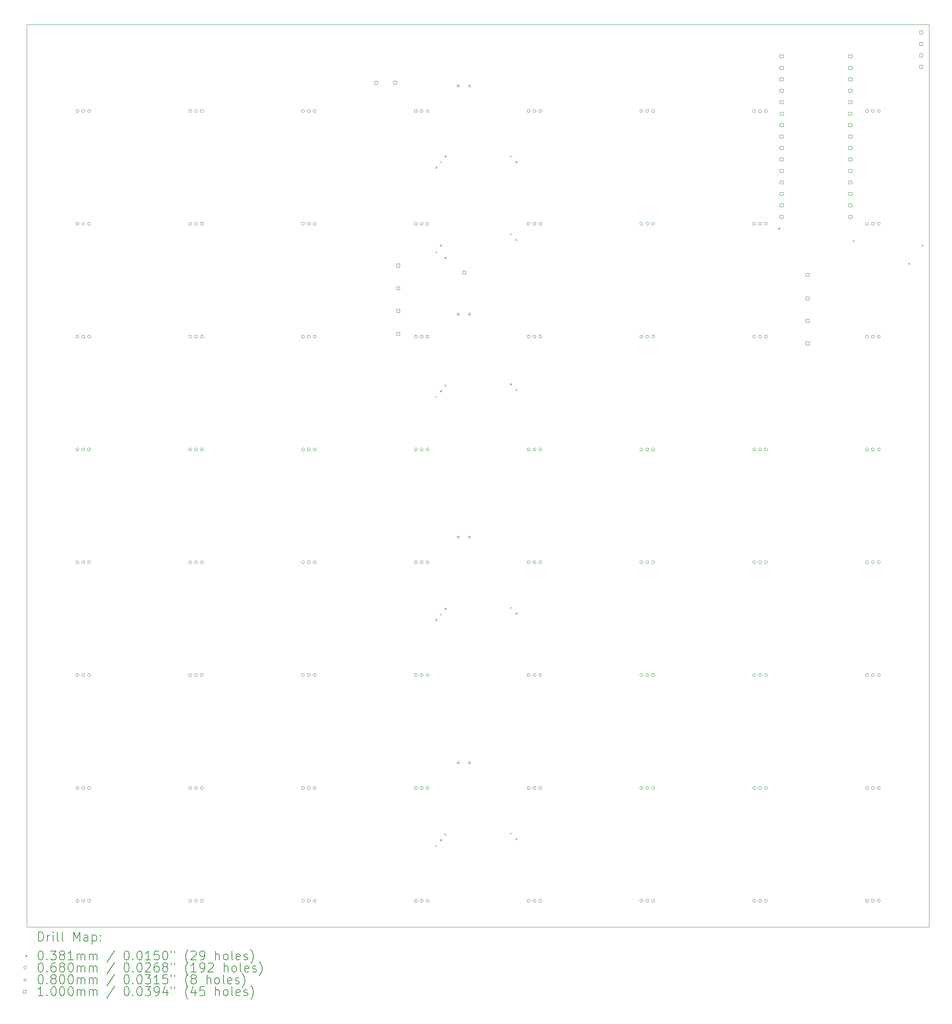
<source format=gbr>
%TF.GenerationSoftware,KiCad,Pcbnew,8.0.8*%
%TF.CreationDate,2025-02-02T20:06:04-05:00*%
%TF.ProjectId,Chessboard Hardware,43686573-7362-46f6-9172-642048617264,1*%
%TF.SameCoordinates,Original*%
%TF.FileFunction,Drillmap*%
%TF.FilePolarity,Positive*%
%FSLAX45Y45*%
G04 Gerber Fmt 4.5, Leading zero omitted, Abs format (unit mm)*
G04 Created by KiCad (PCBNEW 8.0.8) date 2025-02-02 20:06:04*
%MOMM*%
%LPD*%
G01*
G04 APERTURE LIST*
%ADD10C,0.038100*%
%ADD11C,0.200000*%
%ADD12C,0.100000*%
G04 APERTURE END LIST*
D10*
X5000000Y-5000000D02*
X25000000Y-5000000D01*
X25000000Y-25000000D01*
X5000000Y-25000000D01*
X5000000Y-5000000D01*
D11*
D12*
X14055950Y-8155950D02*
X14094050Y-8194050D01*
X14094050Y-8155950D02*
X14055950Y-8194050D01*
X14055950Y-10030950D02*
X14094050Y-10069050D01*
X14094050Y-10030950D02*
X14055950Y-10069050D01*
X14055950Y-13230950D02*
X14094050Y-13269050D01*
X14094050Y-13230950D02*
X14055950Y-13269050D01*
X14055950Y-18180950D02*
X14094050Y-18219050D01*
X14094050Y-18180950D02*
X14055950Y-18219050D01*
X14055950Y-23180950D02*
X14094050Y-23219050D01*
X14094050Y-23180950D02*
X14055950Y-23219050D01*
X14155950Y-8030950D02*
X14194050Y-8069050D01*
X14194050Y-8030950D02*
X14155950Y-8069050D01*
X14155950Y-9880950D02*
X14194050Y-9919050D01*
X14194050Y-9880950D02*
X14155950Y-9919050D01*
X14155950Y-13105950D02*
X14194050Y-13144050D01*
X14194050Y-13105950D02*
X14155950Y-13144050D01*
X14155950Y-18055950D02*
X14194050Y-18094050D01*
X14194050Y-18055950D02*
X14155950Y-18094050D01*
X14155950Y-23055950D02*
X14194050Y-23094050D01*
X14194050Y-23055950D02*
X14155950Y-23094050D01*
X14255950Y-7905950D02*
X14294050Y-7944050D01*
X14294050Y-7905950D02*
X14255950Y-7944050D01*
X14255950Y-10155950D02*
X14294050Y-10194050D01*
X14294050Y-10155950D02*
X14255950Y-10194050D01*
X14255950Y-12980950D02*
X14294050Y-13019050D01*
X14294050Y-12980950D02*
X14255950Y-13019050D01*
X14255950Y-17930950D02*
X14294050Y-17969050D01*
X14294050Y-17930950D02*
X14255950Y-17969050D01*
X14255950Y-22930950D02*
X14294050Y-22969050D01*
X14294050Y-22930950D02*
X14255950Y-22969050D01*
X15705950Y-7905950D02*
X15744050Y-7944050D01*
X15744050Y-7905950D02*
X15705950Y-7944050D01*
X15705950Y-9630950D02*
X15744050Y-9669050D01*
X15744050Y-9630950D02*
X15705950Y-9669050D01*
X15705950Y-12955950D02*
X15744050Y-12994050D01*
X15744050Y-12955950D02*
X15705950Y-12994050D01*
X15705950Y-17905950D02*
X15744050Y-17944050D01*
X15744050Y-17905950D02*
X15705950Y-17944050D01*
X15705950Y-22905950D02*
X15744050Y-22944050D01*
X15744050Y-22905950D02*
X15705950Y-22944050D01*
X15830950Y-8030950D02*
X15869050Y-8069050D01*
X15869050Y-8030950D02*
X15830950Y-8069050D01*
X15830950Y-9755950D02*
X15869050Y-9794050D01*
X15869050Y-9755950D02*
X15830950Y-9794050D01*
X15830950Y-13080950D02*
X15869050Y-13119050D01*
X15869050Y-13080950D02*
X15830950Y-13119050D01*
X15830950Y-18030950D02*
X15869050Y-18069050D01*
X15869050Y-18030950D02*
X15830950Y-18069050D01*
X15830950Y-23030950D02*
X15869050Y-23069050D01*
X15869050Y-23030950D02*
X15830950Y-23069050D01*
X21655950Y-9505950D02*
X21694050Y-9544050D01*
X21694050Y-9505950D02*
X21655950Y-9544050D01*
X23305950Y-9780950D02*
X23344050Y-9819050D01*
X23344050Y-9780950D02*
X23305950Y-9819050D01*
X24530950Y-10280950D02*
X24569050Y-10319050D01*
X24569050Y-10280950D02*
X24530950Y-10319050D01*
X24830950Y-9880950D02*
X24869050Y-9919050D01*
X24869050Y-9880950D02*
X24830950Y-9919050D01*
X6154000Y-6920000D02*
G75*
G02*
X6086000Y-6920000I-34000J0D01*
G01*
X6086000Y-6920000D02*
G75*
G02*
X6154000Y-6920000I34000J0D01*
G01*
X6154000Y-9420000D02*
G75*
G02*
X6086000Y-9420000I-34000J0D01*
G01*
X6086000Y-9420000D02*
G75*
G02*
X6154000Y-9420000I34000J0D01*
G01*
X6154000Y-11920000D02*
G75*
G02*
X6086000Y-11920000I-34000J0D01*
G01*
X6086000Y-11920000D02*
G75*
G02*
X6154000Y-11920000I34000J0D01*
G01*
X6154000Y-14420000D02*
G75*
G02*
X6086000Y-14420000I-34000J0D01*
G01*
X6086000Y-14420000D02*
G75*
G02*
X6154000Y-14420000I34000J0D01*
G01*
X6154000Y-16919560D02*
G75*
G02*
X6086000Y-16919560I-34000J0D01*
G01*
X6086000Y-16919560D02*
G75*
G02*
X6154000Y-16919560I34000J0D01*
G01*
X6154000Y-19420000D02*
G75*
G02*
X6086000Y-19420000I-34000J0D01*
G01*
X6086000Y-19420000D02*
G75*
G02*
X6154000Y-19420000I34000J0D01*
G01*
X6154000Y-21919560D02*
G75*
G02*
X6086000Y-21919560I-34000J0D01*
G01*
X6086000Y-21919560D02*
G75*
G02*
X6154000Y-21919560I34000J0D01*
G01*
X6154000Y-24419560D02*
G75*
G02*
X6086000Y-24419560I-34000J0D01*
G01*
X6086000Y-24419560D02*
G75*
G02*
X6154000Y-24419560I34000J0D01*
G01*
X6284000Y-6920000D02*
G75*
G02*
X6216000Y-6920000I-34000J0D01*
G01*
X6216000Y-6920000D02*
G75*
G02*
X6284000Y-6920000I34000J0D01*
G01*
X6284000Y-9420000D02*
G75*
G02*
X6216000Y-9420000I-34000J0D01*
G01*
X6216000Y-9420000D02*
G75*
G02*
X6284000Y-9420000I34000J0D01*
G01*
X6284000Y-11920000D02*
G75*
G02*
X6216000Y-11920000I-34000J0D01*
G01*
X6216000Y-11920000D02*
G75*
G02*
X6284000Y-11920000I34000J0D01*
G01*
X6284000Y-14420000D02*
G75*
G02*
X6216000Y-14420000I-34000J0D01*
G01*
X6216000Y-14420000D02*
G75*
G02*
X6284000Y-14420000I34000J0D01*
G01*
X6284000Y-16919560D02*
G75*
G02*
X6216000Y-16919560I-34000J0D01*
G01*
X6216000Y-16919560D02*
G75*
G02*
X6284000Y-16919560I34000J0D01*
G01*
X6284000Y-19420000D02*
G75*
G02*
X6216000Y-19420000I-34000J0D01*
G01*
X6216000Y-19420000D02*
G75*
G02*
X6284000Y-19420000I34000J0D01*
G01*
X6284000Y-21919560D02*
G75*
G02*
X6216000Y-21919560I-34000J0D01*
G01*
X6216000Y-21919560D02*
G75*
G02*
X6284000Y-21919560I34000J0D01*
G01*
X6284000Y-24419560D02*
G75*
G02*
X6216000Y-24419560I-34000J0D01*
G01*
X6216000Y-24419560D02*
G75*
G02*
X6284000Y-24419560I34000J0D01*
G01*
X6414000Y-6920000D02*
G75*
G02*
X6346000Y-6920000I-34000J0D01*
G01*
X6346000Y-6920000D02*
G75*
G02*
X6414000Y-6920000I34000J0D01*
G01*
X6414000Y-9420000D02*
G75*
G02*
X6346000Y-9420000I-34000J0D01*
G01*
X6346000Y-9420000D02*
G75*
G02*
X6414000Y-9420000I34000J0D01*
G01*
X6414000Y-11920000D02*
G75*
G02*
X6346000Y-11920000I-34000J0D01*
G01*
X6346000Y-11920000D02*
G75*
G02*
X6414000Y-11920000I34000J0D01*
G01*
X6414000Y-14420000D02*
G75*
G02*
X6346000Y-14420000I-34000J0D01*
G01*
X6346000Y-14420000D02*
G75*
G02*
X6414000Y-14420000I34000J0D01*
G01*
X6414000Y-16919560D02*
G75*
G02*
X6346000Y-16919560I-34000J0D01*
G01*
X6346000Y-16919560D02*
G75*
G02*
X6414000Y-16919560I34000J0D01*
G01*
X6414000Y-19420000D02*
G75*
G02*
X6346000Y-19420000I-34000J0D01*
G01*
X6346000Y-19420000D02*
G75*
G02*
X6414000Y-19420000I34000J0D01*
G01*
X6414000Y-21919560D02*
G75*
G02*
X6346000Y-21919560I-34000J0D01*
G01*
X6346000Y-21919560D02*
G75*
G02*
X6414000Y-21919560I34000J0D01*
G01*
X6414000Y-24419560D02*
G75*
G02*
X6346000Y-24419560I-34000J0D01*
G01*
X6346000Y-24419560D02*
G75*
G02*
X6414000Y-24419560I34000J0D01*
G01*
X8654000Y-6920000D02*
G75*
G02*
X8586000Y-6920000I-34000J0D01*
G01*
X8586000Y-6920000D02*
G75*
G02*
X8654000Y-6920000I34000J0D01*
G01*
X8654000Y-9420000D02*
G75*
G02*
X8586000Y-9420000I-34000J0D01*
G01*
X8586000Y-9420000D02*
G75*
G02*
X8654000Y-9420000I34000J0D01*
G01*
X8654000Y-11920000D02*
G75*
G02*
X8586000Y-11920000I-34000J0D01*
G01*
X8586000Y-11920000D02*
G75*
G02*
X8654000Y-11920000I34000J0D01*
G01*
X8654000Y-14420000D02*
G75*
G02*
X8586000Y-14420000I-34000J0D01*
G01*
X8586000Y-14420000D02*
G75*
G02*
X8654000Y-14420000I34000J0D01*
G01*
X8654000Y-16919560D02*
G75*
G02*
X8586000Y-16919560I-34000J0D01*
G01*
X8586000Y-16919560D02*
G75*
G02*
X8654000Y-16919560I34000J0D01*
G01*
X8654000Y-19419560D02*
G75*
G02*
X8586000Y-19419560I-34000J0D01*
G01*
X8586000Y-19419560D02*
G75*
G02*
X8654000Y-19419560I34000J0D01*
G01*
X8654000Y-21920000D02*
G75*
G02*
X8586000Y-21920000I-34000J0D01*
G01*
X8586000Y-21920000D02*
G75*
G02*
X8654000Y-21920000I34000J0D01*
G01*
X8654000Y-24419560D02*
G75*
G02*
X8586000Y-24419560I-34000J0D01*
G01*
X8586000Y-24419560D02*
G75*
G02*
X8654000Y-24419560I34000J0D01*
G01*
X8784000Y-6920000D02*
G75*
G02*
X8716000Y-6920000I-34000J0D01*
G01*
X8716000Y-6920000D02*
G75*
G02*
X8784000Y-6920000I34000J0D01*
G01*
X8784000Y-9420000D02*
G75*
G02*
X8716000Y-9420000I-34000J0D01*
G01*
X8716000Y-9420000D02*
G75*
G02*
X8784000Y-9420000I34000J0D01*
G01*
X8784000Y-11920000D02*
G75*
G02*
X8716000Y-11920000I-34000J0D01*
G01*
X8716000Y-11920000D02*
G75*
G02*
X8784000Y-11920000I34000J0D01*
G01*
X8784000Y-14420000D02*
G75*
G02*
X8716000Y-14420000I-34000J0D01*
G01*
X8716000Y-14420000D02*
G75*
G02*
X8784000Y-14420000I34000J0D01*
G01*
X8784000Y-16919560D02*
G75*
G02*
X8716000Y-16919560I-34000J0D01*
G01*
X8716000Y-16919560D02*
G75*
G02*
X8784000Y-16919560I34000J0D01*
G01*
X8784000Y-19419560D02*
G75*
G02*
X8716000Y-19419560I-34000J0D01*
G01*
X8716000Y-19419560D02*
G75*
G02*
X8784000Y-19419560I34000J0D01*
G01*
X8784000Y-21920000D02*
G75*
G02*
X8716000Y-21920000I-34000J0D01*
G01*
X8716000Y-21920000D02*
G75*
G02*
X8784000Y-21920000I34000J0D01*
G01*
X8784000Y-24419560D02*
G75*
G02*
X8716000Y-24419560I-34000J0D01*
G01*
X8716000Y-24419560D02*
G75*
G02*
X8784000Y-24419560I34000J0D01*
G01*
X8914000Y-6920000D02*
G75*
G02*
X8846000Y-6920000I-34000J0D01*
G01*
X8846000Y-6920000D02*
G75*
G02*
X8914000Y-6920000I34000J0D01*
G01*
X8914000Y-9420000D02*
G75*
G02*
X8846000Y-9420000I-34000J0D01*
G01*
X8846000Y-9420000D02*
G75*
G02*
X8914000Y-9420000I34000J0D01*
G01*
X8914000Y-11920000D02*
G75*
G02*
X8846000Y-11920000I-34000J0D01*
G01*
X8846000Y-11920000D02*
G75*
G02*
X8914000Y-11920000I34000J0D01*
G01*
X8914000Y-14420000D02*
G75*
G02*
X8846000Y-14420000I-34000J0D01*
G01*
X8846000Y-14420000D02*
G75*
G02*
X8914000Y-14420000I34000J0D01*
G01*
X8914000Y-16919560D02*
G75*
G02*
X8846000Y-16919560I-34000J0D01*
G01*
X8846000Y-16919560D02*
G75*
G02*
X8914000Y-16919560I34000J0D01*
G01*
X8914000Y-19419560D02*
G75*
G02*
X8846000Y-19419560I-34000J0D01*
G01*
X8846000Y-19419560D02*
G75*
G02*
X8914000Y-19419560I34000J0D01*
G01*
X8914000Y-21920000D02*
G75*
G02*
X8846000Y-21920000I-34000J0D01*
G01*
X8846000Y-21920000D02*
G75*
G02*
X8914000Y-21920000I34000J0D01*
G01*
X8914000Y-24419560D02*
G75*
G02*
X8846000Y-24419560I-34000J0D01*
G01*
X8846000Y-24419560D02*
G75*
G02*
X8914000Y-24419560I34000J0D01*
G01*
X11154000Y-6920000D02*
G75*
G02*
X11086000Y-6920000I-34000J0D01*
G01*
X11086000Y-6920000D02*
G75*
G02*
X11154000Y-6920000I34000J0D01*
G01*
X11154000Y-9420000D02*
G75*
G02*
X11086000Y-9420000I-34000J0D01*
G01*
X11086000Y-9420000D02*
G75*
G02*
X11154000Y-9420000I34000J0D01*
G01*
X11154000Y-11920000D02*
G75*
G02*
X11086000Y-11920000I-34000J0D01*
G01*
X11086000Y-11920000D02*
G75*
G02*
X11154000Y-11920000I34000J0D01*
G01*
X11154000Y-14420000D02*
G75*
G02*
X11086000Y-14420000I-34000J0D01*
G01*
X11086000Y-14420000D02*
G75*
G02*
X11154000Y-14420000I34000J0D01*
G01*
X11154000Y-16919560D02*
G75*
G02*
X11086000Y-16919560I-34000J0D01*
G01*
X11086000Y-16919560D02*
G75*
G02*
X11154000Y-16919560I34000J0D01*
G01*
X11154000Y-19420000D02*
G75*
G02*
X11086000Y-19420000I-34000J0D01*
G01*
X11086000Y-19420000D02*
G75*
G02*
X11154000Y-19420000I34000J0D01*
G01*
X11154000Y-21920000D02*
G75*
G02*
X11086000Y-21920000I-34000J0D01*
G01*
X11086000Y-21920000D02*
G75*
G02*
X11154000Y-21920000I34000J0D01*
G01*
X11154000Y-24420000D02*
G75*
G02*
X11086000Y-24420000I-34000J0D01*
G01*
X11086000Y-24420000D02*
G75*
G02*
X11154000Y-24420000I34000J0D01*
G01*
X11284000Y-6920000D02*
G75*
G02*
X11216000Y-6920000I-34000J0D01*
G01*
X11216000Y-6920000D02*
G75*
G02*
X11284000Y-6920000I34000J0D01*
G01*
X11284000Y-9420000D02*
G75*
G02*
X11216000Y-9420000I-34000J0D01*
G01*
X11216000Y-9420000D02*
G75*
G02*
X11284000Y-9420000I34000J0D01*
G01*
X11284000Y-11920000D02*
G75*
G02*
X11216000Y-11920000I-34000J0D01*
G01*
X11216000Y-11920000D02*
G75*
G02*
X11284000Y-11920000I34000J0D01*
G01*
X11284000Y-14420000D02*
G75*
G02*
X11216000Y-14420000I-34000J0D01*
G01*
X11216000Y-14420000D02*
G75*
G02*
X11284000Y-14420000I34000J0D01*
G01*
X11284000Y-16919560D02*
G75*
G02*
X11216000Y-16919560I-34000J0D01*
G01*
X11216000Y-16919560D02*
G75*
G02*
X11284000Y-16919560I34000J0D01*
G01*
X11284000Y-19420000D02*
G75*
G02*
X11216000Y-19420000I-34000J0D01*
G01*
X11216000Y-19420000D02*
G75*
G02*
X11284000Y-19420000I34000J0D01*
G01*
X11284000Y-21920000D02*
G75*
G02*
X11216000Y-21920000I-34000J0D01*
G01*
X11216000Y-21920000D02*
G75*
G02*
X11284000Y-21920000I34000J0D01*
G01*
X11284000Y-24420000D02*
G75*
G02*
X11216000Y-24420000I-34000J0D01*
G01*
X11216000Y-24420000D02*
G75*
G02*
X11284000Y-24420000I34000J0D01*
G01*
X11414000Y-6920000D02*
G75*
G02*
X11346000Y-6920000I-34000J0D01*
G01*
X11346000Y-6920000D02*
G75*
G02*
X11414000Y-6920000I34000J0D01*
G01*
X11414000Y-9420000D02*
G75*
G02*
X11346000Y-9420000I-34000J0D01*
G01*
X11346000Y-9420000D02*
G75*
G02*
X11414000Y-9420000I34000J0D01*
G01*
X11414000Y-11920000D02*
G75*
G02*
X11346000Y-11920000I-34000J0D01*
G01*
X11346000Y-11920000D02*
G75*
G02*
X11414000Y-11920000I34000J0D01*
G01*
X11414000Y-14420000D02*
G75*
G02*
X11346000Y-14420000I-34000J0D01*
G01*
X11346000Y-14420000D02*
G75*
G02*
X11414000Y-14420000I34000J0D01*
G01*
X11414000Y-16919560D02*
G75*
G02*
X11346000Y-16919560I-34000J0D01*
G01*
X11346000Y-16919560D02*
G75*
G02*
X11414000Y-16919560I34000J0D01*
G01*
X11414000Y-19420000D02*
G75*
G02*
X11346000Y-19420000I-34000J0D01*
G01*
X11346000Y-19420000D02*
G75*
G02*
X11414000Y-19420000I34000J0D01*
G01*
X11414000Y-21920000D02*
G75*
G02*
X11346000Y-21920000I-34000J0D01*
G01*
X11346000Y-21920000D02*
G75*
G02*
X11414000Y-21920000I34000J0D01*
G01*
X11414000Y-24420000D02*
G75*
G02*
X11346000Y-24420000I-34000J0D01*
G01*
X11346000Y-24420000D02*
G75*
G02*
X11414000Y-24420000I34000J0D01*
G01*
X13654000Y-6920000D02*
G75*
G02*
X13586000Y-6920000I-34000J0D01*
G01*
X13586000Y-6920000D02*
G75*
G02*
X13654000Y-6920000I34000J0D01*
G01*
X13654000Y-9420000D02*
G75*
G02*
X13586000Y-9420000I-34000J0D01*
G01*
X13586000Y-9420000D02*
G75*
G02*
X13654000Y-9420000I34000J0D01*
G01*
X13654000Y-11920000D02*
G75*
G02*
X13586000Y-11920000I-34000J0D01*
G01*
X13586000Y-11920000D02*
G75*
G02*
X13654000Y-11920000I34000J0D01*
G01*
X13654000Y-14420000D02*
G75*
G02*
X13586000Y-14420000I-34000J0D01*
G01*
X13586000Y-14420000D02*
G75*
G02*
X13654000Y-14420000I34000J0D01*
G01*
X13654000Y-16920000D02*
G75*
G02*
X13586000Y-16920000I-34000J0D01*
G01*
X13586000Y-16920000D02*
G75*
G02*
X13654000Y-16920000I34000J0D01*
G01*
X13654000Y-19420000D02*
G75*
G02*
X13586000Y-19420000I-34000J0D01*
G01*
X13586000Y-19420000D02*
G75*
G02*
X13654000Y-19420000I34000J0D01*
G01*
X13654000Y-21920000D02*
G75*
G02*
X13586000Y-21920000I-34000J0D01*
G01*
X13586000Y-21920000D02*
G75*
G02*
X13654000Y-21920000I34000J0D01*
G01*
X13654000Y-24419560D02*
G75*
G02*
X13586000Y-24419560I-34000J0D01*
G01*
X13586000Y-24419560D02*
G75*
G02*
X13654000Y-24419560I34000J0D01*
G01*
X13784000Y-6920000D02*
G75*
G02*
X13716000Y-6920000I-34000J0D01*
G01*
X13716000Y-6920000D02*
G75*
G02*
X13784000Y-6920000I34000J0D01*
G01*
X13784000Y-9420000D02*
G75*
G02*
X13716000Y-9420000I-34000J0D01*
G01*
X13716000Y-9420000D02*
G75*
G02*
X13784000Y-9420000I34000J0D01*
G01*
X13784000Y-11920000D02*
G75*
G02*
X13716000Y-11920000I-34000J0D01*
G01*
X13716000Y-11920000D02*
G75*
G02*
X13784000Y-11920000I34000J0D01*
G01*
X13784000Y-14420000D02*
G75*
G02*
X13716000Y-14420000I-34000J0D01*
G01*
X13716000Y-14420000D02*
G75*
G02*
X13784000Y-14420000I34000J0D01*
G01*
X13784000Y-16920000D02*
G75*
G02*
X13716000Y-16920000I-34000J0D01*
G01*
X13716000Y-16920000D02*
G75*
G02*
X13784000Y-16920000I34000J0D01*
G01*
X13784000Y-19420000D02*
G75*
G02*
X13716000Y-19420000I-34000J0D01*
G01*
X13716000Y-19420000D02*
G75*
G02*
X13784000Y-19420000I34000J0D01*
G01*
X13784000Y-21920000D02*
G75*
G02*
X13716000Y-21920000I-34000J0D01*
G01*
X13716000Y-21920000D02*
G75*
G02*
X13784000Y-21920000I34000J0D01*
G01*
X13784000Y-24419560D02*
G75*
G02*
X13716000Y-24419560I-34000J0D01*
G01*
X13716000Y-24419560D02*
G75*
G02*
X13784000Y-24419560I34000J0D01*
G01*
X13914000Y-6920000D02*
G75*
G02*
X13846000Y-6920000I-34000J0D01*
G01*
X13846000Y-6920000D02*
G75*
G02*
X13914000Y-6920000I34000J0D01*
G01*
X13914000Y-9420000D02*
G75*
G02*
X13846000Y-9420000I-34000J0D01*
G01*
X13846000Y-9420000D02*
G75*
G02*
X13914000Y-9420000I34000J0D01*
G01*
X13914000Y-11920000D02*
G75*
G02*
X13846000Y-11920000I-34000J0D01*
G01*
X13846000Y-11920000D02*
G75*
G02*
X13914000Y-11920000I34000J0D01*
G01*
X13914000Y-14420000D02*
G75*
G02*
X13846000Y-14420000I-34000J0D01*
G01*
X13846000Y-14420000D02*
G75*
G02*
X13914000Y-14420000I34000J0D01*
G01*
X13914000Y-16920000D02*
G75*
G02*
X13846000Y-16920000I-34000J0D01*
G01*
X13846000Y-16920000D02*
G75*
G02*
X13914000Y-16920000I34000J0D01*
G01*
X13914000Y-19420000D02*
G75*
G02*
X13846000Y-19420000I-34000J0D01*
G01*
X13846000Y-19420000D02*
G75*
G02*
X13914000Y-19420000I34000J0D01*
G01*
X13914000Y-21920000D02*
G75*
G02*
X13846000Y-21920000I-34000J0D01*
G01*
X13846000Y-21920000D02*
G75*
G02*
X13914000Y-21920000I34000J0D01*
G01*
X13914000Y-24419560D02*
G75*
G02*
X13846000Y-24419560I-34000J0D01*
G01*
X13846000Y-24419560D02*
G75*
G02*
X13914000Y-24419560I34000J0D01*
G01*
X16154000Y-6920000D02*
G75*
G02*
X16086000Y-6920000I-34000J0D01*
G01*
X16086000Y-6920000D02*
G75*
G02*
X16154000Y-6920000I34000J0D01*
G01*
X16154000Y-9420000D02*
G75*
G02*
X16086000Y-9420000I-34000J0D01*
G01*
X16086000Y-9420000D02*
G75*
G02*
X16154000Y-9420000I34000J0D01*
G01*
X16154000Y-11920000D02*
G75*
G02*
X16086000Y-11920000I-34000J0D01*
G01*
X16086000Y-11920000D02*
G75*
G02*
X16154000Y-11920000I34000J0D01*
G01*
X16154000Y-14420000D02*
G75*
G02*
X16086000Y-14420000I-34000J0D01*
G01*
X16086000Y-14420000D02*
G75*
G02*
X16154000Y-14420000I34000J0D01*
G01*
X16154000Y-16920000D02*
G75*
G02*
X16086000Y-16920000I-34000J0D01*
G01*
X16086000Y-16920000D02*
G75*
G02*
X16154000Y-16920000I34000J0D01*
G01*
X16154000Y-19420000D02*
G75*
G02*
X16086000Y-19420000I-34000J0D01*
G01*
X16086000Y-19420000D02*
G75*
G02*
X16154000Y-19420000I34000J0D01*
G01*
X16154000Y-21920000D02*
G75*
G02*
X16086000Y-21920000I-34000J0D01*
G01*
X16086000Y-21920000D02*
G75*
G02*
X16154000Y-21920000I34000J0D01*
G01*
X16154000Y-24420000D02*
G75*
G02*
X16086000Y-24420000I-34000J0D01*
G01*
X16086000Y-24420000D02*
G75*
G02*
X16154000Y-24420000I34000J0D01*
G01*
X16284000Y-6920000D02*
G75*
G02*
X16216000Y-6920000I-34000J0D01*
G01*
X16216000Y-6920000D02*
G75*
G02*
X16284000Y-6920000I34000J0D01*
G01*
X16284000Y-9420000D02*
G75*
G02*
X16216000Y-9420000I-34000J0D01*
G01*
X16216000Y-9420000D02*
G75*
G02*
X16284000Y-9420000I34000J0D01*
G01*
X16284000Y-11920000D02*
G75*
G02*
X16216000Y-11920000I-34000J0D01*
G01*
X16216000Y-11920000D02*
G75*
G02*
X16284000Y-11920000I34000J0D01*
G01*
X16284000Y-14420000D02*
G75*
G02*
X16216000Y-14420000I-34000J0D01*
G01*
X16216000Y-14420000D02*
G75*
G02*
X16284000Y-14420000I34000J0D01*
G01*
X16284000Y-16920000D02*
G75*
G02*
X16216000Y-16920000I-34000J0D01*
G01*
X16216000Y-16920000D02*
G75*
G02*
X16284000Y-16920000I34000J0D01*
G01*
X16284000Y-19420000D02*
G75*
G02*
X16216000Y-19420000I-34000J0D01*
G01*
X16216000Y-19420000D02*
G75*
G02*
X16284000Y-19420000I34000J0D01*
G01*
X16284000Y-21920000D02*
G75*
G02*
X16216000Y-21920000I-34000J0D01*
G01*
X16216000Y-21920000D02*
G75*
G02*
X16284000Y-21920000I34000J0D01*
G01*
X16284000Y-24420000D02*
G75*
G02*
X16216000Y-24420000I-34000J0D01*
G01*
X16216000Y-24420000D02*
G75*
G02*
X16284000Y-24420000I34000J0D01*
G01*
X16414000Y-6920000D02*
G75*
G02*
X16346000Y-6920000I-34000J0D01*
G01*
X16346000Y-6920000D02*
G75*
G02*
X16414000Y-6920000I34000J0D01*
G01*
X16414000Y-9420000D02*
G75*
G02*
X16346000Y-9420000I-34000J0D01*
G01*
X16346000Y-9420000D02*
G75*
G02*
X16414000Y-9420000I34000J0D01*
G01*
X16414000Y-11920000D02*
G75*
G02*
X16346000Y-11920000I-34000J0D01*
G01*
X16346000Y-11920000D02*
G75*
G02*
X16414000Y-11920000I34000J0D01*
G01*
X16414000Y-14420000D02*
G75*
G02*
X16346000Y-14420000I-34000J0D01*
G01*
X16346000Y-14420000D02*
G75*
G02*
X16414000Y-14420000I34000J0D01*
G01*
X16414000Y-16920000D02*
G75*
G02*
X16346000Y-16920000I-34000J0D01*
G01*
X16346000Y-16920000D02*
G75*
G02*
X16414000Y-16920000I34000J0D01*
G01*
X16414000Y-19420000D02*
G75*
G02*
X16346000Y-19420000I-34000J0D01*
G01*
X16346000Y-19420000D02*
G75*
G02*
X16414000Y-19420000I34000J0D01*
G01*
X16414000Y-21920000D02*
G75*
G02*
X16346000Y-21920000I-34000J0D01*
G01*
X16346000Y-21920000D02*
G75*
G02*
X16414000Y-21920000I34000J0D01*
G01*
X16414000Y-24420000D02*
G75*
G02*
X16346000Y-24420000I-34000J0D01*
G01*
X16346000Y-24420000D02*
G75*
G02*
X16414000Y-24420000I34000J0D01*
G01*
X18654000Y-6920000D02*
G75*
G02*
X18586000Y-6920000I-34000J0D01*
G01*
X18586000Y-6920000D02*
G75*
G02*
X18654000Y-6920000I34000J0D01*
G01*
X18654000Y-9420000D02*
G75*
G02*
X18586000Y-9420000I-34000J0D01*
G01*
X18586000Y-9420000D02*
G75*
G02*
X18654000Y-9420000I34000J0D01*
G01*
X18654000Y-11920000D02*
G75*
G02*
X18586000Y-11920000I-34000J0D01*
G01*
X18586000Y-11920000D02*
G75*
G02*
X18654000Y-11920000I34000J0D01*
G01*
X18654000Y-14420000D02*
G75*
G02*
X18586000Y-14420000I-34000J0D01*
G01*
X18586000Y-14420000D02*
G75*
G02*
X18654000Y-14420000I34000J0D01*
G01*
X18654000Y-16920000D02*
G75*
G02*
X18586000Y-16920000I-34000J0D01*
G01*
X18586000Y-16920000D02*
G75*
G02*
X18654000Y-16920000I34000J0D01*
G01*
X18654000Y-19420000D02*
G75*
G02*
X18586000Y-19420000I-34000J0D01*
G01*
X18586000Y-19420000D02*
G75*
G02*
X18654000Y-19420000I34000J0D01*
G01*
X18654000Y-21920000D02*
G75*
G02*
X18586000Y-21920000I-34000J0D01*
G01*
X18586000Y-21920000D02*
G75*
G02*
X18654000Y-21920000I34000J0D01*
G01*
X18654000Y-24420000D02*
G75*
G02*
X18586000Y-24420000I-34000J0D01*
G01*
X18586000Y-24420000D02*
G75*
G02*
X18654000Y-24420000I34000J0D01*
G01*
X18784000Y-6920000D02*
G75*
G02*
X18716000Y-6920000I-34000J0D01*
G01*
X18716000Y-6920000D02*
G75*
G02*
X18784000Y-6920000I34000J0D01*
G01*
X18784000Y-9420000D02*
G75*
G02*
X18716000Y-9420000I-34000J0D01*
G01*
X18716000Y-9420000D02*
G75*
G02*
X18784000Y-9420000I34000J0D01*
G01*
X18784000Y-11920000D02*
G75*
G02*
X18716000Y-11920000I-34000J0D01*
G01*
X18716000Y-11920000D02*
G75*
G02*
X18784000Y-11920000I34000J0D01*
G01*
X18784000Y-14420000D02*
G75*
G02*
X18716000Y-14420000I-34000J0D01*
G01*
X18716000Y-14420000D02*
G75*
G02*
X18784000Y-14420000I34000J0D01*
G01*
X18784000Y-16920000D02*
G75*
G02*
X18716000Y-16920000I-34000J0D01*
G01*
X18716000Y-16920000D02*
G75*
G02*
X18784000Y-16920000I34000J0D01*
G01*
X18784000Y-19420000D02*
G75*
G02*
X18716000Y-19420000I-34000J0D01*
G01*
X18716000Y-19420000D02*
G75*
G02*
X18784000Y-19420000I34000J0D01*
G01*
X18784000Y-21920000D02*
G75*
G02*
X18716000Y-21920000I-34000J0D01*
G01*
X18716000Y-21920000D02*
G75*
G02*
X18784000Y-21920000I34000J0D01*
G01*
X18784000Y-24420000D02*
G75*
G02*
X18716000Y-24420000I-34000J0D01*
G01*
X18716000Y-24420000D02*
G75*
G02*
X18784000Y-24420000I34000J0D01*
G01*
X18914000Y-6920000D02*
G75*
G02*
X18846000Y-6920000I-34000J0D01*
G01*
X18846000Y-6920000D02*
G75*
G02*
X18914000Y-6920000I34000J0D01*
G01*
X18914000Y-9420000D02*
G75*
G02*
X18846000Y-9420000I-34000J0D01*
G01*
X18846000Y-9420000D02*
G75*
G02*
X18914000Y-9420000I34000J0D01*
G01*
X18914000Y-11920000D02*
G75*
G02*
X18846000Y-11920000I-34000J0D01*
G01*
X18846000Y-11920000D02*
G75*
G02*
X18914000Y-11920000I34000J0D01*
G01*
X18914000Y-14420000D02*
G75*
G02*
X18846000Y-14420000I-34000J0D01*
G01*
X18846000Y-14420000D02*
G75*
G02*
X18914000Y-14420000I34000J0D01*
G01*
X18914000Y-16920000D02*
G75*
G02*
X18846000Y-16920000I-34000J0D01*
G01*
X18846000Y-16920000D02*
G75*
G02*
X18914000Y-16920000I34000J0D01*
G01*
X18914000Y-19420000D02*
G75*
G02*
X18846000Y-19420000I-34000J0D01*
G01*
X18846000Y-19420000D02*
G75*
G02*
X18914000Y-19420000I34000J0D01*
G01*
X18914000Y-21920000D02*
G75*
G02*
X18846000Y-21920000I-34000J0D01*
G01*
X18846000Y-21920000D02*
G75*
G02*
X18914000Y-21920000I34000J0D01*
G01*
X18914000Y-24420000D02*
G75*
G02*
X18846000Y-24420000I-34000J0D01*
G01*
X18846000Y-24420000D02*
G75*
G02*
X18914000Y-24420000I34000J0D01*
G01*
X21154000Y-6920000D02*
G75*
G02*
X21086000Y-6920000I-34000J0D01*
G01*
X21086000Y-6920000D02*
G75*
G02*
X21154000Y-6920000I34000J0D01*
G01*
X21154000Y-9420000D02*
G75*
G02*
X21086000Y-9420000I-34000J0D01*
G01*
X21086000Y-9420000D02*
G75*
G02*
X21154000Y-9420000I34000J0D01*
G01*
X21154000Y-11920000D02*
G75*
G02*
X21086000Y-11920000I-34000J0D01*
G01*
X21086000Y-11920000D02*
G75*
G02*
X21154000Y-11920000I34000J0D01*
G01*
X21154000Y-14420000D02*
G75*
G02*
X21086000Y-14420000I-34000J0D01*
G01*
X21086000Y-14420000D02*
G75*
G02*
X21154000Y-14420000I34000J0D01*
G01*
X21154000Y-16920000D02*
G75*
G02*
X21086000Y-16920000I-34000J0D01*
G01*
X21086000Y-16920000D02*
G75*
G02*
X21154000Y-16920000I34000J0D01*
G01*
X21154000Y-19420000D02*
G75*
G02*
X21086000Y-19420000I-34000J0D01*
G01*
X21086000Y-19420000D02*
G75*
G02*
X21154000Y-19420000I34000J0D01*
G01*
X21154000Y-21920000D02*
G75*
G02*
X21086000Y-21920000I-34000J0D01*
G01*
X21086000Y-21920000D02*
G75*
G02*
X21154000Y-21920000I34000J0D01*
G01*
X21154000Y-24420000D02*
G75*
G02*
X21086000Y-24420000I-34000J0D01*
G01*
X21086000Y-24420000D02*
G75*
G02*
X21154000Y-24420000I34000J0D01*
G01*
X21284000Y-6920000D02*
G75*
G02*
X21216000Y-6920000I-34000J0D01*
G01*
X21216000Y-6920000D02*
G75*
G02*
X21284000Y-6920000I34000J0D01*
G01*
X21284000Y-9420000D02*
G75*
G02*
X21216000Y-9420000I-34000J0D01*
G01*
X21216000Y-9420000D02*
G75*
G02*
X21284000Y-9420000I34000J0D01*
G01*
X21284000Y-11920000D02*
G75*
G02*
X21216000Y-11920000I-34000J0D01*
G01*
X21216000Y-11920000D02*
G75*
G02*
X21284000Y-11920000I34000J0D01*
G01*
X21284000Y-14420000D02*
G75*
G02*
X21216000Y-14420000I-34000J0D01*
G01*
X21216000Y-14420000D02*
G75*
G02*
X21284000Y-14420000I34000J0D01*
G01*
X21284000Y-16920000D02*
G75*
G02*
X21216000Y-16920000I-34000J0D01*
G01*
X21216000Y-16920000D02*
G75*
G02*
X21284000Y-16920000I34000J0D01*
G01*
X21284000Y-19420000D02*
G75*
G02*
X21216000Y-19420000I-34000J0D01*
G01*
X21216000Y-19420000D02*
G75*
G02*
X21284000Y-19420000I34000J0D01*
G01*
X21284000Y-21920000D02*
G75*
G02*
X21216000Y-21920000I-34000J0D01*
G01*
X21216000Y-21920000D02*
G75*
G02*
X21284000Y-21920000I34000J0D01*
G01*
X21284000Y-24420000D02*
G75*
G02*
X21216000Y-24420000I-34000J0D01*
G01*
X21216000Y-24420000D02*
G75*
G02*
X21284000Y-24420000I34000J0D01*
G01*
X21414000Y-6920000D02*
G75*
G02*
X21346000Y-6920000I-34000J0D01*
G01*
X21346000Y-6920000D02*
G75*
G02*
X21414000Y-6920000I34000J0D01*
G01*
X21414000Y-9420000D02*
G75*
G02*
X21346000Y-9420000I-34000J0D01*
G01*
X21346000Y-9420000D02*
G75*
G02*
X21414000Y-9420000I34000J0D01*
G01*
X21414000Y-11920000D02*
G75*
G02*
X21346000Y-11920000I-34000J0D01*
G01*
X21346000Y-11920000D02*
G75*
G02*
X21414000Y-11920000I34000J0D01*
G01*
X21414000Y-14420000D02*
G75*
G02*
X21346000Y-14420000I-34000J0D01*
G01*
X21346000Y-14420000D02*
G75*
G02*
X21414000Y-14420000I34000J0D01*
G01*
X21414000Y-16920000D02*
G75*
G02*
X21346000Y-16920000I-34000J0D01*
G01*
X21346000Y-16920000D02*
G75*
G02*
X21414000Y-16920000I34000J0D01*
G01*
X21414000Y-19420000D02*
G75*
G02*
X21346000Y-19420000I-34000J0D01*
G01*
X21346000Y-19420000D02*
G75*
G02*
X21414000Y-19420000I34000J0D01*
G01*
X21414000Y-21920000D02*
G75*
G02*
X21346000Y-21920000I-34000J0D01*
G01*
X21346000Y-21920000D02*
G75*
G02*
X21414000Y-21920000I34000J0D01*
G01*
X21414000Y-24420000D02*
G75*
G02*
X21346000Y-24420000I-34000J0D01*
G01*
X21346000Y-24420000D02*
G75*
G02*
X21414000Y-24420000I34000J0D01*
G01*
X23654000Y-6920000D02*
G75*
G02*
X23586000Y-6920000I-34000J0D01*
G01*
X23586000Y-6920000D02*
G75*
G02*
X23654000Y-6920000I34000J0D01*
G01*
X23654000Y-9420000D02*
G75*
G02*
X23586000Y-9420000I-34000J0D01*
G01*
X23586000Y-9420000D02*
G75*
G02*
X23654000Y-9420000I34000J0D01*
G01*
X23654000Y-11920000D02*
G75*
G02*
X23586000Y-11920000I-34000J0D01*
G01*
X23586000Y-11920000D02*
G75*
G02*
X23654000Y-11920000I34000J0D01*
G01*
X23654000Y-14420000D02*
G75*
G02*
X23586000Y-14420000I-34000J0D01*
G01*
X23586000Y-14420000D02*
G75*
G02*
X23654000Y-14420000I34000J0D01*
G01*
X23654000Y-16920000D02*
G75*
G02*
X23586000Y-16920000I-34000J0D01*
G01*
X23586000Y-16920000D02*
G75*
G02*
X23654000Y-16920000I34000J0D01*
G01*
X23654000Y-19420000D02*
G75*
G02*
X23586000Y-19420000I-34000J0D01*
G01*
X23586000Y-19420000D02*
G75*
G02*
X23654000Y-19420000I34000J0D01*
G01*
X23654000Y-21920000D02*
G75*
G02*
X23586000Y-21920000I-34000J0D01*
G01*
X23586000Y-21920000D02*
G75*
G02*
X23654000Y-21920000I34000J0D01*
G01*
X23654000Y-24420000D02*
G75*
G02*
X23586000Y-24420000I-34000J0D01*
G01*
X23586000Y-24420000D02*
G75*
G02*
X23654000Y-24420000I34000J0D01*
G01*
X23784000Y-6920000D02*
G75*
G02*
X23716000Y-6920000I-34000J0D01*
G01*
X23716000Y-6920000D02*
G75*
G02*
X23784000Y-6920000I34000J0D01*
G01*
X23784000Y-9420000D02*
G75*
G02*
X23716000Y-9420000I-34000J0D01*
G01*
X23716000Y-9420000D02*
G75*
G02*
X23784000Y-9420000I34000J0D01*
G01*
X23784000Y-11920000D02*
G75*
G02*
X23716000Y-11920000I-34000J0D01*
G01*
X23716000Y-11920000D02*
G75*
G02*
X23784000Y-11920000I34000J0D01*
G01*
X23784000Y-14420000D02*
G75*
G02*
X23716000Y-14420000I-34000J0D01*
G01*
X23716000Y-14420000D02*
G75*
G02*
X23784000Y-14420000I34000J0D01*
G01*
X23784000Y-16920000D02*
G75*
G02*
X23716000Y-16920000I-34000J0D01*
G01*
X23716000Y-16920000D02*
G75*
G02*
X23784000Y-16920000I34000J0D01*
G01*
X23784000Y-19420000D02*
G75*
G02*
X23716000Y-19420000I-34000J0D01*
G01*
X23716000Y-19420000D02*
G75*
G02*
X23784000Y-19420000I34000J0D01*
G01*
X23784000Y-21920000D02*
G75*
G02*
X23716000Y-21920000I-34000J0D01*
G01*
X23716000Y-21920000D02*
G75*
G02*
X23784000Y-21920000I34000J0D01*
G01*
X23784000Y-24420000D02*
G75*
G02*
X23716000Y-24420000I-34000J0D01*
G01*
X23716000Y-24420000D02*
G75*
G02*
X23784000Y-24420000I34000J0D01*
G01*
X23914000Y-6920000D02*
G75*
G02*
X23846000Y-6920000I-34000J0D01*
G01*
X23846000Y-6920000D02*
G75*
G02*
X23914000Y-6920000I34000J0D01*
G01*
X23914000Y-9420000D02*
G75*
G02*
X23846000Y-9420000I-34000J0D01*
G01*
X23846000Y-9420000D02*
G75*
G02*
X23914000Y-9420000I34000J0D01*
G01*
X23914000Y-11920000D02*
G75*
G02*
X23846000Y-11920000I-34000J0D01*
G01*
X23846000Y-11920000D02*
G75*
G02*
X23914000Y-11920000I34000J0D01*
G01*
X23914000Y-14420000D02*
G75*
G02*
X23846000Y-14420000I-34000J0D01*
G01*
X23846000Y-14420000D02*
G75*
G02*
X23914000Y-14420000I34000J0D01*
G01*
X23914000Y-16920000D02*
G75*
G02*
X23846000Y-16920000I-34000J0D01*
G01*
X23846000Y-16920000D02*
G75*
G02*
X23914000Y-16920000I34000J0D01*
G01*
X23914000Y-19420000D02*
G75*
G02*
X23846000Y-19420000I-34000J0D01*
G01*
X23846000Y-19420000D02*
G75*
G02*
X23914000Y-19420000I34000J0D01*
G01*
X23914000Y-21920000D02*
G75*
G02*
X23846000Y-21920000I-34000J0D01*
G01*
X23846000Y-21920000D02*
G75*
G02*
X23914000Y-21920000I34000J0D01*
G01*
X23914000Y-24420000D02*
G75*
G02*
X23846000Y-24420000I-34000J0D01*
G01*
X23846000Y-24420000D02*
G75*
G02*
X23914000Y-24420000I34000J0D01*
G01*
X14555000Y-6320000D02*
X14555000Y-6400000D01*
X14515000Y-6360000D02*
X14595000Y-6360000D01*
X14555000Y-11380000D02*
X14555000Y-11460000D01*
X14515000Y-11420000D02*
X14595000Y-11420000D01*
X14555000Y-16320000D02*
X14555000Y-16400000D01*
X14515000Y-16360000D02*
X14595000Y-16360000D01*
X14555000Y-21320000D02*
X14555000Y-21400000D01*
X14515000Y-21360000D02*
X14595000Y-21360000D01*
X14805000Y-6320000D02*
X14805000Y-6400000D01*
X14765000Y-6360000D02*
X14845000Y-6360000D01*
X14805000Y-11380000D02*
X14805000Y-11460000D01*
X14765000Y-11420000D02*
X14845000Y-11420000D01*
X14805000Y-16320000D02*
X14805000Y-16400000D01*
X14765000Y-16360000D02*
X14845000Y-16360000D01*
X14805000Y-21320000D02*
X14805000Y-21400000D01*
X14765000Y-21360000D02*
X14845000Y-21360000D01*
X12775356Y-6325356D02*
X12775356Y-6254644D01*
X12704644Y-6254644D01*
X12704644Y-6325356D01*
X12775356Y-6325356D01*
X13195356Y-6325356D02*
X13195356Y-6254644D01*
X13124644Y-6254644D01*
X13124644Y-6325356D01*
X13195356Y-6325356D01*
X13260356Y-10375356D02*
X13260356Y-10304644D01*
X13189644Y-10304644D01*
X13189644Y-10375356D01*
X13260356Y-10375356D01*
X13260356Y-10880356D02*
X13260356Y-10809644D01*
X13189644Y-10809644D01*
X13189644Y-10880356D01*
X13260356Y-10880356D01*
X13260356Y-11385356D02*
X13260356Y-11314644D01*
X13189644Y-11314644D01*
X13189644Y-11385356D01*
X13260356Y-11385356D01*
X13260356Y-11890356D02*
X13260356Y-11819644D01*
X13189644Y-11819644D01*
X13189644Y-11890356D01*
X13260356Y-11890356D01*
X14725356Y-10535356D02*
X14725356Y-10464644D01*
X14654644Y-10464644D01*
X14654644Y-10535356D01*
X14725356Y-10535356D01*
X21760356Y-5741356D02*
X21760356Y-5670644D01*
X21689644Y-5670644D01*
X21689644Y-5741356D01*
X21760356Y-5741356D01*
X21760356Y-5995356D02*
X21760356Y-5924644D01*
X21689644Y-5924644D01*
X21689644Y-5995356D01*
X21760356Y-5995356D01*
X21760356Y-6249356D02*
X21760356Y-6178644D01*
X21689644Y-6178644D01*
X21689644Y-6249356D01*
X21760356Y-6249356D01*
X21760356Y-6503356D02*
X21760356Y-6432644D01*
X21689644Y-6432644D01*
X21689644Y-6503356D01*
X21760356Y-6503356D01*
X21760356Y-6757356D02*
X21760356Y-6686644D01*
X21689644Y-6686644D01*
X21689644Y-6757356D01*
X21760356Y-6757356D01*
X21760356Y-7011356D02*
X21760356Y-6940644D01*
X21689644Y-6940644D01*
X21689644Y-7011356D01*
X21760356Y-7011356D01*
X21760356Y-7265356D02*
X21760356Y-7194644D01*
X21689644Y-7194644D01*
X21689644Y-7265356D01*
X21760356Y-7265356D01*
X21760356Y-7519356D02*
X21760356Y-7448644D01*
X21689644Y-7448644D01*
X21689644Y-7519356D01*
X21760356Y-7519356D01*
X21760356Y-7773356D02*
X21760356Y-7702644D01*
X21689644Y-7702644D01*
X21689644Y-7773356D01*
X21760356Y-7773356D01*
X21760356Y-8027356D02*
X21760356Y-7956644D01*
X21689644Y-7956644D01*
X21689644Y-8027356D01*
X21760356Y-8027356D01*
X21760356Y-8281356D02*
X21760356Y-8210644D01*
X21689644Y-8210644D01*
X21689644Y-8281356D01*
X21760356Y-8281356D01*
X21760356Y-8535356D02*
X21760356Y-8464644D01*
X21689644Y-8464644D01*
X21689644Y-8535356D01*
X21760356Y-8535356D01*
X21760356Y-8789356D02*
X21760356Y-8718644D01*
X21689644Y-8718644D01*
X21689644Y-8789356D01*
X21760356Y-8789356D01*
X21760356Y-9043356D02*
X21760356Y-8972644D01*
X21689644Y-8972644D01*
X21689644Y-9043356D01*
X21760356Y-9043356D01*
X21760356Y-9297356D02*
X21760356Y-9226644D01*
X21689644Y-9226644D01*
X21689644Y-9297356D01*
X21760356Y-9297356D01*
X22335356Y-10585356D02*
X22335356Y-10514644D01*
X22264644Y-10514644D01*
X22264644Y-10585356D01*
X22335356Y-10585356D01*
X22335356Y-11110356D02*
X22335356Y-11039644D01*
X22264644Y-11039644D01*
X22264644Y-11110356D01*
X22335356Y-11110356D01*
X22335356Y-11605356D02*
X22335356Y-11534644D01*
X22264644Y-11534644D01*
X22264644Y-11605356D01*
X22335356Y-11605356D01*
X22335356Y-12105356D02*
X22335356Y-12034644D01*
X22264644Y-12034644D01*
X22264644Y-12105356D01*
X22335356Y-12105356D01*
X23284356Y-5741356D02*
X23284356Y-5670644D01*
X23213644Y-5670644D01*
X23213644Y-5741356D01*
X23284356Y-5741356D01*
X23284356Y-5995356D02*
X23284356Y-5924644D01*
X23213644Y-5924644D01*
X23213644Y-5995356D01*
X23284356Y-5995356D01*
X23284356Y-6249356D02*
X23284356Y-6178644D01*
X23213644Y-6178644D01*
X23213644Y-6249356D01*
X23284356Y-6249356D01*
X23284356Y-6503356D02*
X23284356Y-6432644D01*
X23213644Y-6432644D01*
X23213644Y-6503356D01*
X23284356Y-6503356D01*
X23284356Y-6757356D02*
X23284356Y-6686644D01*
X23213644Y-6686644D01*
X23213644Y-6757356D01*
X23284356Y-6757356D01*
X23284356Y-7011356D02*
X23284356Y-6940644D01*
X23213644Y-6940644D01*
X23213644Y-7011356D01*
X23284356Y-7011356D01*
X23284356Y-7265356D02*
X23284356Y-7194644D01*
X23213644Y-7194644D01*
X23213644Y-7265356D01*
X23284356Y-7265356D01*
X23284356Y-7519356D02*
X23284356Y-7448644D01*
X23213644Y-7448644D01*
X23213644Y-7519356D01*
X23284356Y-7519356D01*
X23284356Y-7773356D02*
X23284356Y-7702644D01*
X23213644Y-7702644D01*
X23213644Y-7773356D01*
X23284356Y-7773356D01*
X23284356Y-8027356D02*
X23284356Y-7956644D01*
X23213644Y-7956644D01*
X23213644Y-8027356D01*
X23284356Y-8027356D01*
X23284356Y-8281356D02*
X23284356Y-8210644D01*
X23213644Y-8210644D01*
X23213644Y-8281356D01*
X23284356Y-8281356D01*
X23284356Y-8535356D02*
X23284356Y-8464644D01*
X23213644Y-8464644D01*
X23213644Y-8535356D01*
X23284356Y-8535356D01*
X23284356Y-8789356D02*
X23284356Y-8718644D01*
X23213644Y-8718644D01*
X23213644Y-8789356D01*
X23284356Y-8789356D01*
X23284356Y-9043356D02*
X23284356Y-8972644D01*
X23213644Y-8972644D01*
X23213644Y-9043356D01*
X23284356Y-9043356D01*
X23284356Y-9297356D02*
X23284356Y-9226644D01*
X23213644Y-9226644D01*
X23213644Y-9297356D01*
X23284356Y-9297356D01*
X24855356Y-5213356D02*
X24855356Y-5142644D01*
X24784644Y-5142644D01*
X24784644Y-5213356D01*
X24855356Y-5213356D01*
X24855356Y-5467356D02*
X24855356Y-5396644D01*
X24784644Y-5396644D01*
X24784644Y-5467356D01*
X24855356Y-5467356D01*
X24855356Y-5721356D02*
X24855356Y-5650644D01*
X24784644Y-5650644D01*
X24784644Y-5721356D01*
X24855356Y-5721356D01*
X24855356Y-5975356D02*
X24855356Y-5904644D01*
X24784644Y-5904644D01*
X24784644Y-5975356D01*
X24855356Y-5975356D01*
D11*
X5258872Y-25313389D02*
X5258872Y-25113389D01*
X5258872Y-25113389D02*
X5306491Y-25113389D01*
X5306491Y-25113389D02*
X5335062Y-25122913D01*
X5335062Y-25122913D02*
X5354110Y-25141960D01*
X5354110Y-25141960D02*
X5363634Y-25161008D01*
X5363634Y-25161008D02*
X5373158Y-25199103D01*
X5373158Y-25199103D02*
X5373158Y-25227674D01*
X5373158Y-25227674D02*
X5363634Y-25265770D01*
X5363634Y-25265770D02*
X5354110Y-25284817D01*
X5354110Y-25284817D02*
X5335062Y-25303865D01*
X5335062Y-25303865D02*
X5306491Y-25313389D01*
X5306491Y-25313389D02*
X5258872Y-25313389D01*
X5458872Y-25313389D02*
X5458872Y-25180055D01*
X5458872Y-25218151D02*
X5468396Y-25199103D01*
X5468396Y-25199103D02*
X5477919Y-25189579D01*
X5477919Y-25189579D02*
X5496967Y-25180055D01*
X5496967Y-25180055D02*
X5516015Y-25180055D01*
X5582681Y-25313389D02*
X5582681Y-25180055D01*
X5582681Y-25113389D02*
X5573158Y-25122913D01*
X5573158Y-25122913D02*
X5582681Y-25132436D01*
X5582681Y-25132436D02*
X5592205Y-25122913D01*
X5592205Y-25122913D02*
X5582681Y-25113389D01*
X5582681Y-25113389D02*
X5582681Y-25132436D01*
X5706491Y-25313389D02*
X5687443Y-25303865D01*
X5687443Y-25303865D02*
X5677919Y-25284817D01*
X5677919Y-25284817D02*
X5677919Y-25113389D01*
X5811253Y-25313389D02*
X5792205Y-25303865D01*
X5792205Y-25303865D02*
X5782681Y-25284817D01*
X5782681Y-25284817D02*
X5782681Y-25113389D01*
X6039824Y-25313389D02*
X6039824Y-25113389D01*
X6039824Y-25113389D02*
X6106491Y-25256246D01*
X6106491Y-25256246D02*
X6173157Y-25113389D01*
X6173157Y-25113389D02*
X6173157Y-25313389D01*
X6354110Y-25313389D02*
X6354110Y-25208627D01*
X6354110Y-25208627D02*
X6344586Y-25189579D01*
X6344586Y-25189579D02*
X6325538Y-25180055D01*
X6325538Y-25180055D02*
X6287443Y-25180055D01*
X6287443Y-25180055D02*
X6268396Y-25189579D01*
X6354110Y-25303865D02*
X6335062Y-25313389D01*
X6335062Y-25313389D02*
X6287443Y-25313389D01*
X6287443Y-25313389D02*
X6268396Y-25303865D01*
X6268396Y-25303865D02*
X6258872Y-25284817D01*
X6258872Y-25284817D02*
X6258872Y-25265770D01*
X6258872Y-25265770D02*
X6268396Y-25246722D01*
X6268396Y-25246722D02*
X6287443Y-25237198D01*
X6287443Y-25237198D02*
X6335062Y-25237198D01*
X6335062Y-25237198D02*
X6354110Y-25227674D01*
X6449348Y-25180055D02*
X6449348Y-25380055D01*
X6449348Y-25189579D02*
X6468396Y-25180055D01*
X6468396Y-25180055D02*
X6506491Y-25180055D01*
X6506491Y-25180055D02*
X6525538Y-25189579D01*
X6525538Y-25189579D02*
X6535062Y-25199103D01*
X6535062Y-25199103D02*
X6544586Y-25218151D01*
X6544586Y-25218151D02*
X6544586Y-25275293D01*
X6544586Y-25275293D02*
X6535062Y-25294341D01*
X6535062Y-25294341D02*
X6525538Y-25303865D01*
X6525538Y-25303865D02*
X6506491Y-25313389D01*
X6506491Y-25313389D02*
X6468396Y-25313389D01*
X6468396Y-25313389D02*
X6449348Y-25303865D01*
X6630300Y-25294341D02*
X6639824Y-25303865D01*
X6639824Y-25303865D02*
X6630300Y-25313389D01*
X6630300Y-25313389D02*
X6620777Y-25303865D01*
X6620777Y-25303865D02*
X6630300Y-25294341D01*
X6630300Y-25294341D02*
X6630300Y-25313389D01*
X6630300Y-25189579D02*
X6639824Y-25199103D01*
X6639824Y-25199103D02*
X6630300Y-25208627D01*
X6630300Y-25208627D02*
X6620777Y-25199103D01*
X6620777Y-25199103D02*
X6630300Y-25189579D01*
X6630300Y-25189579D02*
X6630300Y-25208627D01*
D12*
X4959995Y-25622855D02*
X4998095Y-25660955D01*
X4998095Y-25622855D02*
X4959995Y-25660955D01*
D11*
X5296967Y-25533389D02*
X5316015Y-25533389D01*
X5316015Y-25533389D02*
X5335062Y-25542913D01*
X5335062Y-25542913D02*
X5344586Y-25552436D01*
X5344586Y-25552436D02*
X5354110Y-25571484D01*
X5354110Y-25571484D02*
X5363634Y-25609579D01*
X5363634Y-25609579D02*
X5363634Y-25657198D01*
X5363634Y-25657198D02*
X5354110Y-25695293D01*
X5354110Y-25695293D02*
X5344586Y-25714341D01*
X5344586Y-25714341D02*
X5335062Y-25723865D01*
X5335062Y-25723865D02*
X5316015Y-25733389D01*
X5316015Y-25733389D02*
X5296967Y-25733389D01*
X5296967Y-25733389D02*
X5277919Y-25723865D01*
X5277919Y-25723865D02*
X5268396Y-25714341D01*
X5268396Y-25714341D02*
X5258872Y-25695293D01*
X5258872Y-25695293D02*
X5249348Y-25657198D01*
X5249348Y-25657198D02*
X5249348Y-25609579D01*
X5249348Y-25609579D02*
X5258872Y-25571484D01*
X5258872Y-25571484D02*
X5268396Y-25552436D01*
X5268396Y-25552436D02*
X5277919Y-25542913D01*
X5277919Y-25542913D02*
X5296967Y-25533389D01*
X5449348Y-25714341D02*
X5458872Y-25723865D01*
X5458872Y-25723865D02*
X5449348Y-25733389D01*
X5449348Y-25733389D02*
X5439824Y-25723865D01*
X5439824Y-25723865D02*
X5449348Y-25714341D01*
X5449348Y-25714341D02*
X5449348Y-25733389D01*
X5525539Y-25533389D02*
X5649348Y-25533389D01*
X5649348Y-25533389D02*
X5582681Y-25609579D01*
X5582681Y-25609579D02*
X5611253Y-25609579D01*
X5611253Y-25609579D02*
X5630300Y-25619103D01*
X5630300Y-25619103D02*
X5639824Y-25628627D01*
X5639824Y-25628627D02*
X5649348Y-25647674D01*
X5649348Y-25647674D02*
X5649348Y-25695293D01*
X5649348Y-25695293D02*
X5639824Y-25714341D01*
X5639824Y-25714341D02*
X5630300Y-25723865D01*
X5630300Y-25723865D02*
X5611253Y-25733389D01*
X5611253Y-25733389D02*
X5554110Y-25733389D01*
X5554110Y-25733389D02*
X5535062Y-25723865D01*
X5535062Y-25723865D02*
X5525539Y-25714341D01*
X5763634Y-25619103D02*
X5744586Y-25609579D01*
X5744586Y-25609579D02*
X5735062Y-25600055D01*
X5735062Y-25600055D02*
X5725538Y-25581008D01*
X5725538Y-25581008D02*
X5725538Y-25571484D01*
X5725538Y-25571484D02*
X5735062Y-25552436D01*
X5735062Y-25552436D02*
X5744586Y-25542913D01*
X5744586Y-25542913D02*
X5763634Y-25533389D01*
X5763634Y-25533389D02*
X5801729Y-25533389D01*
X5801729Y-25533389D02*
X5820777Y-25542913D01*
X5820777Y-25542913D02*
X5830300Y-25552436D01*
X5830300Y-25552436D02*
X5839824Y-25571484D01*
X5839824Y-25571484D02*
X5839824Y-25581008D01*
X5839824Y-25581008D02*
X5830300Y-25600055D01*
X5830300Y-25600055D02*
X5820777Y-25609579D01*
X5820777Y-25609579D02*
X5801729Y-25619103D01*
X5801729Y-25619103D02*
X5763634Y-25619103D01*
X5763634Y-25619103D02*
X5744586Y-25628627D01*
X5744586Y-25628627D02*
X5735062Y-25638151D01*
X5735062Y-25638151D02*
X5725538Y-25657198D01*
X5725538Y-25657198D02*
X5725538Y-25695293D01*
X5725538Y-25695293D02*
X5735062Y-25714341D01*
X5735062Y-25714341D02*
X5744586Y-25723865D01*
X5744586Y-25723865D02*
X5763634Y-25733389D01*
X5763634Y-25733389D02*
X5801729Y-25733389D01*
X5801729Y-25733389D02*
X5820777Y-25723865D01*
X5820777Y-25723865D02*
X5830300Y-25714341D01*
X5830300Y-25714341D02*
X5839824Y-25695293D01*
X5839824Y-25695293D02*
X5839824Y-25657198D01*
X5839824Y-25657198D02*
X5830300Y-25638151D01*
X5830300Y-25638151D02*
X5820777Y-25628627D01*
X5820777Y-25628627D02*
X5801729Y-25619103D01*
X6030300Y-25733389D02*
X5916015Y-25733389D01*
X5973157Y-25733389D02*
X5973157Y-25533389D01*
X5973157Y-25533389D02*
X5954110Y-25561960D01*
X5954110Y-25561960D02*
X5935062Y-25581008D01*
X5935062Y-25581008D02*
X5916015Y-25590532D01*
X6116015Y-25733389D02*
X6116015Y-25600055D01*
X6116015Y-25619103D02*
X6125538Y-25609579D01*
X6125538Y-25609579D02*
X6144586Y-25600055D01*
X6144586Y-25600055D02*
X6173158Y-25600055D01*
X6173158Y-25600055D02*
X6192205Y-25609579D01*
X6192205Y-25609579D02*
X6201729Y-25628627D01*
X6201729Y-25628627D02*
X6201729Y-25733389D01*
X6201729Y-25628627D02*
X6211253Y-25609579D01*
X6211253Y-25609579D02*
X6230300Y-25600055D01*
X6230300Y-25600055D02*
X6258872Y-25600055D01*
X6258872Y-25600055D02*
X6277919Y-25609579D01*
X6277919Y-25609579D02*
X6287443Y-25628627D01*
X6287443Y-25628627D02*
X6287443Y-25733389D01*
X6382681Y-25733389D02*
X6382681Y-25600055D01*
X6382681Y-25619103D02*
X6392205Y-25609579D01*
X6392205Y-25609579D02*
X6411253Y-25600055D01*
X6411253Y-25600055D02*
X6439824Y-25600055D01*
X6439824Y-25600055D02*
X6458872Y-25609579D01*
X6458872Y-25609579D02*
X6468396Y-25628627D01*
X6468396Y-25628627D02*
X6468396Y-25733389D01*
X6468396Y-25628627D02*
X6477919Y-25609579D01*
X6477919Y-25609579D02*
X6496967Y-25600055D01*
X6496967Y-25600055D02*
X6525538Y-25600055D01*
X6525538Y-25600055D02*
X6544586Y-25609579D01*
X6544586Y-25609579D02*
X6554110Y-25628627D01*
X6554110Y-25628627D02*
X6554110Y-25733389D01*
X6944586Y-25523865D02*
X6773158Y-25781008D01*
X7201729Y-25533389D02*
X7220777Y-25533389D01*
X7220777Y-25533389D02*
X7239824Y-25542913D01*
X7239824Y-25542913D02*
X7249348Y-25552436D01*
X7249348Y-25552436D02*
X7258872Y-25571484D01*
X7258872Y-25571484D02*
X7268396Y-25609579D01*
X7268396Y-25609579D02*
X7268396Y-25657198D01*
X7268396Y-25657198D02*
X7258872Y-25695293D01*
X7258872Y-25695293D02*
X7249348Y-25714341D01*
X7249348Y-25714341D02*
X7239824Y-25723865D01*
X7239824Y-25723865D02*
X7220777Y-25733389D01*
X7220777Y-25733389D02*
X7201729Y-25733389D01*
X7201729Y-25733389D02*
X7182681Y-25723865D01*
X7182681Y-25723865D02*
X7173158Y-25714341D01*
X7173158Y-25714341D02*
X7163634Y-25695293D01*
X7163634Y-25695293D02*
X7154110Y-25657198D01*
X7154110Y-25657198D02*
X7154110Y-25609579D01*
X7154110Y-25609579D02*
X7163634Y-25571484D01*
X7163634Y-25571484D02*
X7173158Y-25552436D01*
X7173158Y-25552436D02*
X7182681Y-25542913D01*
X7182681Y-25542913D02*
X7201729Y-25533389D01*
X7354110Y-25714341D02*
X7363634Y-25723865D01*
X7363634Y-25723865D02*
X7354110Y-25733389D01*
X7354110Y-25733389D02*
X7344586Y-25723865D01*
X7344586Y-25723865D02*
X7354110Y-25714341D01*
X7354110Y-25714341D02*
X7354110Y-25733389D01*
X7487443Y-25533389D02*
X7506491Y-25533389D01*
X7506491Y-25533389D02*
X7525539Y-25542913D01*
X7525539Y-25542913D02*
X7535062Y-25552436D01*
X7535062Y-25552436D02*
X7544586Y-25571484D01*
X7544586Y-25571484D02*
X7554110Y-25609579D01*
X7554110Y-25609579D02*
X7554110Y-25657198D01*
X7554110Y-25657198D02*
X7544586Y-25695293D01*
X7544586Y-25695293D02*
X7535062Y-25714341D01*
X7535062Y-25714341D02*
X7525539Y-25723865D01*
X7525539Y-25723865D02*
X7506491Y-25733389D01*
X7506491Y-25733389D02*
X7487443Y-25733389D01*
X7487443Y-25733389D02*
X7468396Y-25723865D01*
X7468396Y-25723865D02*
X7458872Y-25714341D01*
X7458872Y-25714341D02*
X7449348Y-25695293D01*
X7449348Y-25695293D02*
X7439824Y-25657198D01*
X7439824Y-25657198D02*
X7439824Y-25609579D01*
X7439824Y-25609579D02*
X7449348Y-25571484D01*
X7449348Y-25571484D02*
X7458872Y-25552436D01*
X7458872Y-25552436D02*
X7468396Y-25542913D01*
X7468396Y-25542913D02*
X7487443Y-25533389D01*
X7744586Y-25733389D02*
X7630301Y-25733389D01*
X7687443Y-25733389D02*
X7687443Y-25533389D01*
X7687443Y-25533389D02*
X7668396Y-25561960D01*
X7668396Y-25561960D02*
X7649348Y-25581008D01*
X7649348Y-25581008D02*
X7630301Y-25590532D01*
X7925539Y-25533389D02*
X7830301Y-25533389D01*
X7830301Y-25533389D02*
X7820777Y-25628627D01*
X7820777Y-25628627D02*
X7830301Y-25619103D01*
X7830301Y-25619103D02*
X7849348Y-25609579D01*
X7849348Y-25609579D02*
X7896967Y-25609579D01*
X7896967Y-25609579D02*
X7916015Y-25619103D01*
X7916015Y-25619103D02*
X7925539Y-25628627D01*
X7925539Y-25628627D02*
X7935062Y-25647674D01*
X7935062Y-25647674D02*
X7935062Y-25695293D01*
X7935062Y-25695293D02*
X7925539Y-25714341D01*
X7925539Y-25714341D02*
X7916015Y-25723865D01*
X7916015Y-25723865D02*
X7896967Y-25733389D01*
X7896967Y-25733389D02*
X7849348Y-25733389D01*
X7849348Y-25733389D02*
X7830301Y-25723865D01*
X7830301Y-25723865D02*
X7820777Y-25714341D01*
X8058872Y-25533389D02*
X8077920Y-25533389D01*
X8077920Y-25533389D02*
X8096967Y-25542913D01*
X8096967Y-25542913D02*
X8106491Y-25552436D01*
X8106491Y-25552436D02*
X8116015Y-25571484D01*
X8116015Y-25571484D02*
X8125539Y-25609579D01*
X8125539Y-25609579D02*
X8125539Y-25657198D01*
X8125539Y-25657198D02*
X8116015Y-25695293D01*
X8116015Y-25695293D02*
X8106491Y-25714341D01*
X8106491Y-25714341D02*
X8096967Y-25723865D01*
X8096967Y-25723865D02*
X8077920Y-25733389D01*
X8077920Y-25733389D02*
X8058872Y-25733389D01*
X8058872Y-25733389D02*
X8039824Y-25723865D01*
X8039824Y-25723865D02*
X8030301Y-25714341D01*
X8030301Y-25714341D02*
X8020777Y-25695293D01*
X8020777Y-25695293D02*
X8011253Y-25657198D01*
X8011253Y-25657198D02*
X8011253Y-25609579D01*
X8011253Y-25609579D02*
X8020777Y-25571484D01*
X8020777Y-25571484D02*
X8030301Y-25552436D01*
X8030301Y-25552436D02*
X8039824Y-25542913D01*
X8039824Y-25542913D02*
X8058872Y-25533389D01*
X8201729Y-25533389D02*
X8201729Y-25571484D01*
X8277920Y-25533389D02*
X8277920Y-25571484D01*
X8573158Y-25809579D02*
X8563634Y-25800055D01*
X8563634Y-25800055D02*
X8544586Y-25771484D01*
X8544586Y-25771484D02*
X8535063Y-25752436D01*
X8535063Y-25752436D02*
X8525539Y-25723865D01*
X8525539Y-25723865D02*
X8516015Y-25676246D01*
X8516015Y-25676246D02*
X8516015Y-25638151D01*
X8516015Y-25638151D02*
X8525539Y-25590532D01*
X8525539Y-25590532D02*
X8535063Y-25561960D01*
X8535063Y-25561960D02*
X8544586Y-25542913D01*
X8544586Y-25542913D02*
X8563634Y-25514341D01*
X8563634Y-25514341D02*
X8573158Y-25504817D01*
X8639825Y-25552436D02*
X8649348Y-25542913D01*
X8649348Y-25542913D02*
X8668396Y-25533389D01*
X8668396Y-25533389D02*
X8716015Y-25533389D01*
X8716015Y-25533389D02*
X8735063Y-25542913D01*
X8735063Y-25542913D02*
X8744586Y-25552436D01*
X8744586Y-25552436D02*
X8754110Y-25571484D01*
X8754110Y-25571484D02*
X8754110Y-25590532D01*
X8754110Y-25590532D02*
X8744586Y-25619103D01*
X8744586Y-25619103D02*
X8630301Y-25733389D01*
X8630301Y-25733389D02*
X8754110Y-25733389D01*
X8849348Y-25733389D02*
X8887444Y-25733389D01*
X8887444Y-25733389D02*
X8906491Y-25723865D01*
X8906491Y-25723865D02*
X8916015Y-25714341D01*
X8916015Y-25714341D02*
X8935063Y-25685770D01*
X8935063Y-25685770D02*
X8944586Y-25647674D01*
X8944586Y-25647674D02*
X8944586Y-25571484D01*
X8944586Y-25571484D02*
X8935063Y-25552436D01*
X8935063Y-25552436D02*
X8925539Y-25542913D01*
X8925539Y-25542913D02*
X8906491Y-25533389D01*
X8906491Y-25533389D02*
X8868396Y-25533389D01*
X8868396Y-25533389D02*
X8849348Y-25542913D01*
X8849348Y-25542913D02*
X8839825Y-25552436D01*
X8839825Y-25552436D02*
X8830301Y-25571484D01*
X8830301Y-25571484D02*
X8830301Y-25619103D01*
X8830301Y-25619103D02*
X8839825Y-25638151D01*
X8839825Y-25638151D02*
X8849348Y-25647674D01*
X8849348Y-25647674D02*
X8868396Y-25657198D01*
X8868396Y-25657198D02*
X8906491Y-25657198D01*
X8906491Y-25657198D02*
X8925539Y-25647674D01*
X8925539Y-25647674D02*
X8935063Y-25638151D01*
X8935063Y-25638151D02*
X8944586Y-25619103D01*
X9182682Y-25733389D02*
X9182682Y-25533389D01*
X9268396Y-25733389D02*
X9268396Y-25628627D01*
X9268396Y-25628627D02*
X9258872Y-25609579D01*
X9258872Y-25609579D02*
X9239825Y-25600055D01*
X9239825Y-25600055D02*
X9211253Y-25600055D01*
X9211253Y-25600055D02*
X9192206Y-25609579D01*
X9192206Y-25609579D02*
X9182682Y-25619103D01*
X9392206Y-25733389D02*
X9373158Y-25723865D01*
X9373158Y-25723865D02*
X9363634Y-25714341D01*
X9363634Y-25714341D02*
X9354110Y-25695293D01*
X9354110Y-25695293D02*
X9354110Y-25638151D01*
X9354110Y-25638151D02*
X9363634Y-25619103D01*
X9363634Y-25619103D02*
X9373158Y-25609579D01*
X9373158Y-25609579D02*
X9392206Y-25600055D01*
X9392206Y-25600055D02*
X9420777Y-25600055D01*
X9420777Y-25600055D02*
X9439825Y-25609579D01*
X9439825Y-25609579D02*
X9449348Y-25619103D01*
X9449348Y-25619103D02*
X9458872Y-25638151D01*
X9458872Y-25638151D02*
X9458872Y-25695293D01*
X9458872Y-25695293D02*
X9449348Y-25714341D01*
X9449348Y-25714341D02*
X9439825Y-25723865D01*
X9439825Y-25723865D02*
X9420777Y-25733389D01*
X9420777Y-25733389D02*
X9392206Y-25733389D01*
X9573158Y-25733389D02*
X9554110Y-25723865D01*
X9554110Y-25723865D02*
X9544587Y-25704817D01*
X9544587Y-25704817D02*
X9544587Y-25533389D01*
X9725539Y-25723865D02*
X9706491Y-25733389D01*
X9706491Y-25733389D02*
X9668396Y-25733389D01*
X9668396Y-25733389D02*
X9649348Y-25723865D01*
X9649348Y-25723865D02*
X9639825Y-25704817D01*
X9639825Y-25704817D02*
X9639825Y-25628627D01*
X9639825Y-25628627D02*
X9649348Y-25609579D01*
X9649348Y-25609579D02*
X9668396Y-25600055D01*
X9668396Y-25600055D02*
X9706491Y-25600055D01*
X9706491Y-25600055D02*
X9725539Y-25609579D01*
X9725539Y-25609579D02*
X9735063Y-25628627D01*
X9735063Y-25628627D02*
X9735063Y-25647674D01*
X9735063Y-25647674D02*
X9639825Y-25666722D01*
X9811253Y-25723865D02*
X9830301Y-25733389D01*
X9830301Y-25733389D02*
X9868396Y-25733389D01*
X9868396Y-25733389D02*
X9887444Y-25723865D01*
X9887444Y-25723865D02*
X9896968Y-25704817D01*
X9896968Y-25704817D02*
X9896968Y-25695293D01*
X9896968Y-25695293D02*
X9887444Y-25676246D01*
X9887444Y-25676246D02*
X9868396Y-25666722D01*
X9868396Y-25666722D02*
X9839825Y-25666722D01*
X9839825Y-25666722D02*
X9820777Y-25657198D01*
X9820777Y-25657198D02*
X9811253Y-25638151D01*
X9811253Y-25638151D02*
X9811253Y-25628627D01*
X9811253Y-25628627D02*
X9820777Y-25609579D01*
X9820777Y-25609579D02*
X9839825Y-25600055D01*
X9839825Y-25600055D02*
X9868396Y-25600055D01*
X9868396Y-25600055D02*
X9887444Y-25609579D01*
X9963634Y-25809579D02*
X9973158Y-25800055D01*
X9973158Y-25800055D02*
X9992206Y-25771484D01*
X9992206Y-25771484D02*
X10001729Y-25752436D01*
X10001729Y-25752436D02*
X10011253Y-25723865D01*
X10011253Y-25723865D02*
X10020777Y-25676246D01*
X10020777Y-25676246D02*
X10020777Y-25638151D01*
X10020777Y-25638151D02*
X10011253Y-25590532D01*
X10011253Y-25590532D02*
X10001729Y-25561960D01*
X10001729Y-25561960D02*
X9992206Y-25542913D01*
X9992206Y-25542913D02*
X9973158Y-25514341D01*
X9973158Y-25514341D02*
X9963634Y-25504817D01*
D12*
X4998095Y-25905905D02*
G75*
G02*
X4930095Y-25905905I-34000J0D01*
G01*
X4930095Y-25905905D02*
G75*
G02*
X4998095Y-25905905I34000J0D01*
G01*
D11*
X5296967Y-25797389D02*
X5316015Y-25797389D01*
X5316015Y-25797389D02*
X5335062Y-25806913D01*
X5335062Y-25806913D02*
X5344586Y-25816436D01*
X5344586Y-25816436D02*
X5354110Y-25835484D01*
X5354110Y-25835484D02*
X5363634Y-25873579D01*
X5363634Y-25873579D02*
X5363634Y-25921198D01*
X5363634Y-25921198D02*
X5354110Y-25959293D01*
X5354110Y-25959293D02*
X5344586Y-25978341D01*
X5344586Y-25978341D02*
X5335062Y-25987865D01*
X5335062Y-25987865D02*
X5316015Y-25997389D01*
X5316015Y-25997389D02*
X5296967Y-25997389D01*
X5296967Y-25997389D02*
X5277919Y-25987865D01*
X5277919Y-25987865D02*
X5268396Y-25978341D01*
X5268396Y-25978341D02*
X5258872Y-25959293D01*
X5258872Y-25959293D02*
X5249348Y-25921198D01*
X5249348Y-25921198D02*
X5249348Y-25873579D01*
X5249348Y-25873579D02*
X5258872Y-25835484D01*
X5258872Y-25835484D02*
X5268396Y-25816436D01*
X5268396Y-25816436D02*
X5277919Y-25806913D01*
X5277919Y-25806913D02*
X5296967Y-25797389D01*
X5449348Y-25978341D02*
X5458872Y-25987865D01*
X5458872Y-25987865D02*
X5449348Y-25997389D01*
X5449348Y-25997389D02*
X5439824Y-25987865D01*
X5439824Y-25987865D02*
X5449348Y-25978341D01*
X5449348Y-25978341D02*
X5449348Y-25997389D01*
X5630300Y-25797389D02*
X5592205Y-25797389D01*
X5592205Y-25797389D02*
X5573158Y-25806913D01*
X5573158Y-25806913D02*
X5563634Y-25816436D01*
X5563634Y-25816436D02*
X5544586Y-25845008D01*
X5544586Y-25845008D02*
X5535062Y-25883103D01*
X5535062Y-25883103D02*
X5535062Y-25959293D01*
X5535062Y-25959293D02*
X5544586Y-25978341D01*
X5544586Y-25978341D02*
X5554110Y-25987865D01*
X5554110Y-25987865D02*
X5573158Y-25997389D01*
X5573158Y-25997389D02*
X5611253Y-25997389D01*
X5611253Y-25997389D02*
X5630300Y-25987865D01*
X5630300Y-25987865D02*
X5639824Y-25978341D01*
X5639824Y-25978341D02*
X5649348Y-25959293D01*
X5649348Y-25959293D02*
X5649348Y-25911674D01*
X5649348Y-25911674D02*
X5639824Y-25892627D01*
X5639824Y-25892627D02*
X5630300Y-25883103D01*
X5630300Y-25883103D02*
X5611253Y-25873579D01*
X5611253Y-25873579D02*
X5573158Y-25873579D01*
X5573158Y-25873579D02*
X5554110Y-25883103D01*
X5554110Y-25883103D02*
X5544586Y-25892627D01*
X5544586Y-25892627D02*
X5535062Y-25911674D01*
X5763634Y-25883103D02*
X5744586Y-25873579D01*
X5744586Y-25873579D02*
X5735062Y-25864055D01*
X5735062Y-25864055D02*
X5725538Y-25845008D01*
X5725538Y-25845008D02*
X5725538Y-25835484D01*
X5725538Y-25835484D02*
X5735062Y-25816436D01*
X5735062Y-25816436D02*
X5744586Y-25806913D01*
X5744586Y-25806913D02*
X5763634Y-25797389D01*
X5763634Y-25797389D02*
X5801729Y-25797389D01*
X5801729Y-25797389D02*
X5820777Y-25806913D01*
X5820777Y-25806913D02*
X5830300Y-25816436D01*
X5830300Y-25816436D02*
X5839824Y-25835484D01*
X5839824Y-25835484D02*
X5839824Y-25845008D01*
X5839824Y-25845008D02*
X5830300Y-25864055D01*
X5830300Y-25864055D02*
X5820777Y-25873579D01*
X5820777Y-25873579D02*
X5801729Y-25883103D01*
X5801729Y-25883103D02*
X5763634Y-25883103D01*
X5763634Y-25883103D02*
X5744586Y-25892627D01*
X5744586Y-25892627D02*
X5735062Y-25902151D01*
X5735062Y-25902151D02*
X5725538Y-25921198D01*
X5725538Y-25921198D02*
X5725538Y-25959293D01*
X5725538Y-25959293D02*
X5735062Y-25978341D01*
X5735062Y-25978341D02*
X5744586Y-25987865D01*
X5744586Y-25987865D02*
X5763634Y-25997389D01*
X5763634Y-25997389D02*
X5801729Y-25997389D01*
X5801729Y-25997389D02*
X5820777Y-25987865D01*
X5820777Y-25987865D02*
X5830300Y-25978341D01*
X5830300Y-25978341D02*
X5839824Y-25959293D01*
X5839824Y-25959293D02*
X5839824Y-25921198D01*
X5839824Y-25921198D02*
X5830300Y-25902151D01*
X5830300Y-25902151D02*
X5820777Y-25892627D01*
X5820777Y-25892627D02*
X5801729Y-25883103D01*
X5963634Y-25797389D02*
X5982681Y-25797389D01*
X5982681Y-25797389D02*
X6001729Y-25806913D01*
X6001729Y-25806913D02*
X6011253Y-25816436D01*
X6011253Y-25816436D02*
X6020777Y-25835484D01*
X6020777Y-25835484D02*
X6030300Y-25873579D01*
X6030300Y-25873579D02*
X6030300Y-25921198D01*
X6030300Y-25921198D02*
X6020777Y-25959293D01*
X6020777Y-25959293D02*
X6011253Y-25978341D01*
X6011253Y-25978341D02*
X6001729Y-25987865D01*
X6001729Y-25987865D02*
X5982681Y-25997389D01*
X5982681Y-25997389D02*
X5963634Y-25997389D01*
X5963634Y-25997389D02*
X5944586Y-25987865D01*
X5944586Y-25987865D02*
X5935062Y-25978341D01*
X5935062Y-25978341D02*
X5925538Y-25959293D01*
X5925538Y-25959293D02*
X5916015Y-25921198D01*
X5916015Y-25921198D02*
X5916015Y-25873579D01*
X5916015Y-25873579D02*
X5925538Y-25835484D01*
X5925538Y-25835484D02*
X5935062Y-25816436D01*
X5935062Y-25816436D02*
X5944586Y-25806913D01*
X5944586Y-25806913D02*
X5963634Y-25797389D01*
X6116015Y-25997389D02*
X6116015Y-25864055D01*
X6116015Y-25883103D02*
X6125538Y-25873579D01*
X6125538Y-25873579D02*
X6144586Y-25864055D01*
X6144586Y-25864055D02*
X6173158Y-25864055D01*
X6173158Y-25864055D02*
X6192205Y-25873579D01*
X6192205Y-25873579D02*
X6201729Y-25892627D01*
X6201729Y-25892627D02*
X6201729Y-25997389D01*
X6201729Y-25892627D02*
X6211253Y-25873579D01*
X6211253Y-25873579D02*
X6230300Y-25864055D01*
X6230300Y-25864055D02*
X6258872Y-25864055D01*
X6258872Y-25864055D02*
X6277919Y-25873579D01*
X6277919Y-25873579D02*
X6287443Y-25892627D01*
X6287443Y-25892627D02*
X6287443Y-25997389D01*
X6382681Y-25997389D02*
X6382681Y-25864055D01*
X6382681Y-25883103D02*
X6392205Y-25873579D01*
X6392205Y-25873579D02*
X6411253Y-25864055D01*
X6411253Y-25864055D02*
X6439824Y-25864055D01*
X6439824Y-25864055D02*
X6458872Y-25873579D01*
X6458872Y-25873579D02*
X6468396Y-25892627D01*
X6468396Y-25892627D02*
X6468396Y-25997389D01*
X6468396Y-25892627D02*
X6477919Y-25873579D01*
X6477919Y-25873579D02*
X6496967Y-25864055D01*
X6496967Y-25864055D02*
X6525538Y-25864055D01*
X6525538Y-25864055D02*
X6544586Y-25873579D01*
X6544586Y-25873579D02*
X6554110Y-25892627D01*
X6554110Y-25892627D02*
X6554110Y-25997389D01*
X6944586Y-25787865D02*
X6773158Y-26045008D01*
X7201729Y-25797389D02*
X7220777Y-25797389D01*
X7220777Y-25797389D02*
X7239824Y-25806913D01*
X7239824Y-25806913D02*
X7249348Y-25816436D01*
X7249348Y-25816436D02*
X7258872Y-25835484D01*
X7258872Y-25835484D02*
X7268396Y-25873579D01*
X7268396Y-25873579D02*
X7268396Y-25921198D01*
X7268396Y-25921198D02*
X7258872Y-25959293D01*
X7258872Y-25959293D02*
X7249348Y-25978341D01*
X7249348Y-25978341D02*
X7239824Y-25987865D01*
X7239824Y-25987865D02*
X7220777Y-25997389D01*
X7220777Y-25997389D02*
X7201729Y-25997389D01*
X7201729Y-25997389D02*
X7182681Y-25987865D01*
X7182681Y-25987865D02*
X7173158Y-25978341D01*
X7173158Y-25978341D02*
X7163634Y-25959293D01*
X7163634Y-25959293D02*
X7154110Y-25921198D01*
X7154110Y-25921198D02*
X7154110Y-25873579D01*
X7154110Y-25873579D02*
X7163634Y-25835484D01*
X7163634Y-25835484D02*
X7173158Y-25816436D01*
X7173158Y-25816436D02*
X7182681Y-25806913D01*
X7182681Y-25806913D02*
X7201729Y-25797389D01*
X7354110Y-25978341D02*
X7363634Y-25987865D01*
X7363634Y-25987865D02*
X7354110Y-25997389D01*
X7354110Y-25997389D02*
X7344586Y-25987865D01*
X7344586Y-25987865D02*
X7354110Y-25978341D01*
X7354110Y-25978341D02*
X7354110Y-25997389D01*
X7487443Y-25797389D02*
X7506491Y-25797389D01*
X7506491Y-25797389D02*
X7525539Y-25806913D01*
X7525539Y-25806913D02*
X7535062Y-25816436D01*
X7535062Y-25816436D02*
X7544586Y-25835484D01*
X7544586Y-25835484D02*
X7554110Y-25873579D01*
X7554110Y-25873579D02*
X7554110Y-25921198D01*
X7554110Y-25921198D02*
X7544586Y-25959293D01*
X7544586Y-25959293D02*
X7535062Y-25978341D01*
X7535062Y-25978341D02*
X7525539Y-25987865D01*
X7525539Y-25987865D02*
X7506491Y-25997389D01*
X7506491Y-25997389D02*
X7487443Y-25997389D01*
X7487443Y-25997389D02*
X7468396Y-25987865D01*
X7468396Y-25987865D02*
X7458872Y-25978341D01*
X7458872Y-25978341D02*
X7449348Y-25959293D01*
X7449348Y-25959293D02*
X7439824Y-25921198D01*
X7439824Y-25921198D02*
X7439824Y-25873579D01*
X7439824Y-25873579D02*
X7449348Y-25835484D01*
X7449348Y-25835484D02*
X7458872Y-25816436D01*
X7458872Y-25816436D02*
X7468396Y-25806913D01*
X7468396Y-25806913D02*
X7487443Y-25797389D01*
X7630301Y-25816436D02*
X7639824Y-25806913D01*
X7639824Y-25806913D02*
X7658872Y-25797389D01*
X7658872Y-25797389D02*
X7706491Y-25797389D01*
X7706491Y-25797389D02*
X7725539Y-25806913D01*
X7725539Y-25806913D02*
X7735062Y-25816436D01*
X7735062Y-25816436D02*
X7744586Y-25835484D01*
X7744586Y-25835484D02*
X7744586Y-25854532D01*
X7744586Y-25854532D02*
X7735062Y-25883103D01*
X7735062Y-25883103D02*
X7620777Y-25997389D01*
X7620777Y-25997389D02*
X7744586Y-25997389D01*
X7916015Y-25797389D02*
X7877920Y-25797389D01*
X7877920Y-25797389D02*
X7858872Y-25806913D01*
X7858872Y-25806913D02*
X7849348Y-25816436D01*
X7849348Y-25816436D02*
X7830301Y-25845008D01*
X7830301Y-25845008D02*
X7820777Y-25883103D01*
X7820777Y-25883103D02*
X7820777Y-25959293D01*
X7820777Y-25959293D02*
X7830301Y-25978341D01*
X7830301Y-25978341D02*
X7839824Y-25987865D01*
X7839824Y-25987865D02*
X7858872Y-25997389D01*
X7858872Y-25997389D02*
X7896967Y-25997389D01*
X7896967Y-25997389D02*
X7916015Y-25987865D01*
X7916015Y-25987865D02*
X7925539Y-25978341D01*
X7925539Y-25978341D02*
X7935062Y-25959293D01*
X7935062Y-25959293D02*
X7935062Y-25911674D01*
X7935062Y-25911674D02*
X7925539Y-25892627D01*
X7925539Y-25892627D02*
X7916015Y-25883103D01*
X7916015Y-25883103D02*
X7896967Y-25873579D01*
X7896967Y-25873579D02*
X7858872Y-25873579D01*
X7858872Y-25873579D02*
X7839824Y-25883103D01*
X7839824Y-25883103D02*
X7830301Y-25892627D01*
X7830301Y-25892627D02*
X7820777Y-25911674D01*
X8049348Y-25883103D02*
X8030301Y-25873579D01*
X8030301Y-25873579D02*
X8020777Y-25864055D01*
X8020777Y-25864055D02*
X8011253Y-25845008D01*
X8011253Y-25845008D02*
X8011253Y-25835484D01*
X8011253Y-25835484D02*
X8020777Y-25816436D01*
X8020777Y-25816436D02*
X8030301Y-25806913D01*
X8030301Y-25806913D02*
X8049348Y-25797389D01*
X8049348Y-25797389D02*
X8087443Y-25797389D01*
X8087443Y-25797389D02*
X8106491Y-25806913D01*
X8106491Y-25806913D02*
X8116015Y-25816436D01*
X8116015Y-25816436D02*
X8125539Y-25835484D01*
X8125539Y-25835484D02*
X8125539Y-25845008D01*
X8125539Y-25845008D02*
X8116015Y-25864055D01*
X8116015Y-25864055D02*
X8106491Y-25873579D01*
X8106491Y-25873579D02*
X8087443Y-25883103D01*
X8087443Y-25883103D02*
X8049348Y-25883103D01*
X8049348Y-25883103D02*
X8030301Y-25892627D01*
X8030301Y-25892627D02*
X8020777Y-25902151D01*
X8020777Y-25902151D02*
X8011253Y-25921198D01*
X8011253Y-25921198D02*
X8011253Y-25959293D01*
X8011253Y-25959293D02*
X8020777Y-25978341D01*
X8020777Y-25978341D02*
X8030301Y-25987865D01*
X8030301Y-25987865D02*
X8049348Y-25997389D01*
X8049348Y-25997389D02*
X8087443Y-25997389D01*
X8087443Y-25997389D02*
X8106491Y-25987865D01*
X8106491Y-25987865D02*
X8116015Y-25978341D01*
X8116015Y-25978341D02*
X8125539Y-25959293D01*
X8125539Y-25959293D02*
X8125539Y-25921198D01*
X8125539Y-25921198D02*
X8116015Y-25902151D01*
X8116015Y-25902151D02*
X8106491Y-25892627D01*
X8106491Y-25892627D02*
X8087443Y-25883103D01*
X8201729Y-25797389D02*
X8201729Y-25835484D01*
X8277920Y-25797389D02*
X8277920Y-25835484D01*
X8573158Y-26073579D02*
X8563634Y-26064055D01*
X8563634Y-26064055D02*
X8544586Y-26035484D01*
X8544586Y-26035484D02*
X8535063Y-26016436D01*
X8535063Y-26016436D02*
X8525539Y-25987865D01*
X8525539Y-25987865D02*
X8516015Y-25940246D01*
X8516015Y-25940246D02*
X8516015Y-25902151D01*
X8516015Y-25902151D02*
X8525539Y-25854532D01*
X8525539Y-25854532D02*
X8535063Y-25825960D01*
X8535063Y-25825960D02*
X8544586Y-25806913D01*
X8544586Y-25806913D02*
X8563634Y-25778341D01*
X8563634Y-25778341D02*
X8573158Y-25768817D01*
X8754110Y-25997389D02*
X8639825Y-25997389D01*
X8696967Y-25997389D02*
X8696967Y-25797389D01*
X8696967Y-25797389D02*
X8677920Y-25825960D01*
X8677920Y-25825960D02*
X8658872Y-25845008D01*
X8658872Y-25845008D02*
X8639825Y-25854532D01*
X8849348Y-25997389D02*
X8887444Y-25997389D01*
X8887444Y-25997389D02*
X8906491Y-25987865D01*
X8906491Y-25987865D02*
X8916015Y-25978341D01*
X8916015Y-25978341D02*
X8935063Y-25949770D01*
X8935063Y-25949770D02*
X8944586Y-25911674D01*
X8944586Y-25911674D02*
X8944586Y-25835484D01*
X8944586Y-25835484D02*
X8935063Y-25816436D01*
X8935063Y-25816436D02*
X8925539Y-25806913D01*
X8925539Y-25806913D02*
X8906491Y-25797389D01*
X8906491Y-25797389D02*
X8868396Y-25797389D01*
X8868396Y-25797389D02*
X8849348Y-25806913D01*
X8849348Y-25806913D02*
X8839825Y-25816436D01*
X8839825Y-25816436D02*
X8830301Y-25835484D01*
X8830301Y-25835484D02*
X8830301Y-25883103D01*
X8830301Y-25883103D02*
X8839825Y-25902151D01*
X8839825Y-25902151D02*
X8849348Y-25911674D01*
X8849348Y-25911674D02*
X8868396Y-25921198D01*
X8868396Y-25921198D02*
X8906491Y-25921198D01*
X8906491Y-25921198D02*
X8925539Y-25911674D01*
X8925539Y-25911674D02*
X8935063Y-25902151D01*
X8935063Y-25902151D02*
X8944586Y-25883103D01*
X9020777Y-25816436D02*
X9030301Y-25806913D01*
X9030301Y-25806913D02*
X9049348Y-25797389D01*
X9049348Y-25797389D02*
X9096967Y-25797389D01*
X9096967Y-25797389D02*
X9116015Y-25806913D01*
X9116015Y-25806913D02*
X9125539Y-25816436D01*
X9125539Y-25816436D02*
X9135063Y-25835484D01*
X9135063Y-25835484D02*
X9135063Y-25854532D01*
X9135063Y-25854532D02*
X9125539Y-25883103D01*
X9125539Y-25883103D02*
X9011253Y-25997389D01*
X9011253Y-25997389D02*
X9135063Y-25997389D01*
X9373158Y-25997389D02*
X9373158Y-25797389D01*
X9458872Y-25997389D02*
X9458872Y-25892627D01*
X9458872Y-25892627D02*
X9449348Y-25873579D01*
X9449348Y-25873579D02*
X9430301Y-25864055D01*
X9430301Y-25864055D02*
X9401729Y-25864055D01*
X9401729Y-25864055D02*
X9382682Y-25873579D01*
X9382682Y-25873579D02*
X9373158Y-25883103D01*
X9582682Y-25997389D02*
X9563634Y-25987865D01*
X9563634Y-25987865D02*
X9554110Y-25978341D01*
X9554110Y-25978341D02*
X9544587Y-25959293D01*
X9544587Y-25959293D02*
X9544587Y-25902151D01*
X9544587Y-25902151D02*
X9554110Y-25883103D01*
X9554110Y-25883103D02*
X9563634Y-25873579D01*
X9563634Y-25873579D02*
X9582682Y-25864055D01*
X9582682Y-25864055D02*
X9611253Y-25864055D01*
X9611253Y-25864055D02*
X9630301Y-25873579D01*
X9630301Y-25873579D02*
X9639825Y-25883103D01*
X9639825Y-25883103D02*
X9649348Y-25902151D01*
X9649348Y-25902151D02*
X9649348Y-25959293D01*
X9649348Y-25959293D02*
X9639825Y-25978341D01*
X9639825Y-25978341D02*
X9630301Y-25987865D01*
X9630301Y-25987865D02*
X9611253Y-25997389D01*
X9611253Y-25997389D02*
X9582682Y-25997389D01*
X9763634Y-25997389D02*
X9744587Y-25987865D01*
X9744587Y-25987865D02*
X9735063Y-25968817D01*
X9735063Y-25968817D02*
X9735063Y-25797389D01*
X9916015Y-25987865D02*
X9896968Y-25997389D01*
X9896968Y-25997389D02*
X9858872Y-25997389D01*
X9858872Y-25997389D02*
X9839825Y-25987865D01*
X9839825Y-25987865D02*
X9830301Y-25968817D01*
X9830301Y-25968817D02*
X9830301Y-25892627D01*
X9830301Y-25892627D02*
X9839825Y-25873579D01*
X9839825Y-25873579D02*
X9858872Y-25864055D01*
X9858872Y-25864055D02*
X9896968Y-25864055D01*
X9896968Y-25864055D02*
X9916015Y-25873579D01*
X9916015Y-25873579D02*
X9925539Y-25892627D01*
X9925539Y-25892627D02*
X9925539Y-25911674D01*
X9925539Y-25911674D02*
X9830301Y-25930722D01*
X10001729Y-25987865D02*
X10020777Y-25997389D01*
X10020777Y-25997389D02*
X10058872Y-25997389D01*
X10058872Y-25997389D02*
X10077920Y-25987865D01*
X10077920Y-25987865D02*
X10087444Y-25968817D01*
X10087444Y-25968817D02*
X10087444Y-25959293D01*
X10087444Y-25959293D02*
X10077920Y-25940246D01*
X10077920Y-25940246D02*
X10058872Y-25930722D01*
X10058872Y-25930722D02*
X10030301Y-25930722D01*
X10030301Y-25930722D02*
X10011253Y-25921198D01*
X10011253Y-25921198D02*
X10001729Y-25902151D01*
X10001729Y-25902151D02*
X10001729Y-25892627D01*
X10001729Y-25892627D02*
X10011253Y-25873579D01*
X10011253Y-25873579D02*
X10030301Y-25864055D01*
X10030301Y-25864055D02*
X10058872Y-25864055D01*
X10058872Y-25864055D02*
X10077920Y-25873579D01*
X10154110Y-26073579D02*
X10163634Y-26064055D01*
X10163634Y-26064055D02*
X10182682Y-26035484D01*
X10182682Y-26035484D02*
X10192206Y-26016436D01*
X10192206Y-26016436D02*
X10201729Y-25987865D01*
X10201729Y-25987865D02*
X10211253Y-25940246D01*
X10211253Y-25940246D02*
X10211253Y-25902151D01*
X10211253Y-25902151D02*
X10201729Y-25854532D01*
X10201729Y-25854532D02*
X10192206Y-25825960D01*
X10192206Y-25825960D02*
X10182682Y-25806913D01*
X10182682Y-25806913D02*
X10163634Y-25778341D01*
X10163634Y-25778341D02*
X10154110Y-25768817D01*
D12*
X4958095Y-26129905D02*
X4958095Y-26209905D01*
X4918095Y-26169905D02*
X4998095Y-26169905D01*
D11*
X5296967Y-26061389D02*
X5316015Y-26061389D01*
X5316015Y-26061389D02*
X5335062Y-26070913D01*
X5335062Y-26070913D02*
X5344586Y-26080436D01*
X5344586Y-26080436D02*
X5354110Y-26099484D01*
X5354110Y-26099484D02*
X5363634Y-26137579D01*
X5363634Y-26137579D02*
X5363634Y-26185198D01*
X5363634Y-26185198D02*
X5354110Y-26223293D01*
X5354110Y-26223293D02*
X5344586Y-26242341D01*
X5344586Y-26242341D02*
X5335062Y-26251865D01*
X5335062Y-26251865D02*
X5316015Y-26261389D01*
X5316015Y-26261389D02*
X5296967Y-26261389D01*
X5296967Y-26261389D02*
X5277919Y-26251865D01*
X5277919Y-26251865D02*
X5268396Y-26242341D01*
X5268396Y-26242341D02*
X5258872Y-26223293D01*
X5258872Y-26223293D02*
X5249348Y-26185198D01*
X5249348Y-26185198D02*
X5249348Y-26137579D01*
X5249348Y-26137579D02*
X5258872Y-26099484D01*
X5258872Y-26099484D02*
X5268396Y-26080436D01*
X5268396Y-26080436D02*
X5277919Y-26070913D01*
X5277919Y-26070913D02*
X5296967Y-26061389D01*
X5449348Y-26242341D02*
X5458872Y-26251865D01*
X5458872Y-26251865D02*
X5449348Y-26261389D01*
X5449348Y-26261389D02*
X5439824Y-26251865D01*
X5439824Y-26251865D02*
X5449348Y-26242341D01*
X5449348Y-26242341D02*
X5449348Y-26261389D01*
X5573158Y-26147103D02*
X5554110Y-26137579D01*
X5554110Y-26137579D02*
X5544586Y-26128055D01*
X5544586Y-26128055D02*
X5535062Y-26109008D01*
X5535062Y-26109008D02*
X5535062Y-26099484D01*
X5535062Y-26099484D02*
X5544586Y-26080436D01*
X5544586Y-26080436D02*
X5554110Y-26070913D01*
X5554110Y-26070913D02*
X5573158Y-26061389D01*
X5573158Y-26061389D02*
X5611253Y-26061389D01*
X5611253Y-26061389D02*
X5630300Y-26070913D01*
X5630300Y-26070913D02*
X5639824Y-26080436D01*
X5639824Y-26080436D02*
X5649348Y-26099484D01*
X5649348Y-26099484D02*
X5649348Y-26109008D01*
X5649348Y-26109008D02*
X5639824Y-26128055D01*
X5639824Y-26128055D02*
X5630300Y-26137579D01*
X5630300Y-26137579D02*
X5611253Y-26147103D01*
X5611253Y-26147103D02*
X5573158Y-26147103D01*
X5573158Y-26147103D02*
X5554110Y-26156627D01*
X5554110Y-26156627D02*
X5544586Y-26166151D01*
X5544586Y-26166151D02*
X5535062Y-26185198D01*
X5535062Y-26185198D02*
X5535062Y-26223293D01*
X5535062Y-26223293D02*
X5544586Y-26242341D01*
X5544586Y-26242341D02*
X5554110Y-26251865D01*
X5554110Y-26251865D02*
X5573158Y-26261389D01*
X5573158Y-26261389D02*
X5611253Y-26261389D01*
X5611253Y-26261389D02*
X5630300Y-26251865D01*
X5630300Y-26251865D02*
X5639824Y-26242341D01*
X5639824Y-26242341D02*
X5649348Y-26223293D01*
X5649348Y-26223293D02*
X5649348Y-26185198D01*
X5649348Y-26185198D02*
X5639824Y-26166151D01*
X5639824Y-26166151D02*
X5630300Y-26156627D01*
X5630300Y-26156627D02*
X5611253Y-26147103D01*
X5773157Y-26061389D02*
X5792205Y-26061389D01*
X5792205Y-26061389D02*
X5811253Y-26070913D01*
X5811253Y-26070913D02*
X5820777Y-26080436D01*
X5820777Y-26080436D02*
X5830300Y-26099484D01*
X5830300Y-26099484D02*
X5839824Y-26137579D01*
X5839824Y-26137579D02*
X5839824Y-26185198D01*
X5839824Y-26185198D02*
X5830300Y-26223293D01*
X5830300Y-26223293D02*
X5820777Y-26242341D01*
X5820777Y-26242341D02*
X5811253Y-26251865D01*
X5811253Y-26251865D02*
X5792205Y-26261389D01*
X5792205Y-26261389D02*
X5773157Y-26261389D01*
X5773157Y-26261389D02*
X5754110Y-26251865D01*
X5754110Y-26251865D02*
X5744586Y-26242341D01*
X5744586Y-26242341D02*
X5735062Y-26223293D01*
X5735062Y-26223293D02*
X5725538Y-26185198D01*
X5725538Y-26185198D02*
X5725538Y-26137579D01*
X5725538Y-26137579D02*
X5735062Y-26099484D01*
X5735062Y-26099484D02*
X5744586Y-26080436D01*
X5744586Y-26080436D02*
X5754110Y-26070913D01*
X5754110Y-26070913D02*
X5773157Y-26061389D01*
X5963634Y-26061389D02*
X5982681Y-26061389D01*
X5982681Y-26061389D02*
X6001729Y-26070913D01*
X6001729Y-26070913D02*
X6011253Y-26080436D01*
X6011253Y-26080436D02*
X6020777Y-26099484D01*
X6020777Y-26099484D02*
X6030300Y-26137579D01*
X6030300Y-26137579D02*
X6030300Y-26185198D01*
X6030300Y-26185198D02*
X6020777Y-26223293D01*
X6020777Y-26223293D02*
X6011253Y-26242341D01*
X6011253Y-26242341D02*
X6001729Y-26251865D01*
X6001729Y-26251865D02*
X5982681Y-26261389D01*
X5982681Y-26261389D02*
X5963634Y-26261389D01*
X5963634Y-26261389D02*
X5944586Y-26251865D01*
X5944586Y-26251865D02*
X5935062Y-26242341D01*
X5935062Y-26242341D02*
X5925538Y-26223293D01*
X5925538Y-26223293D02*
X5916015Y-26185198D01*
X5916015Y-26185198D02*
X5916015Y-26137579D01*
X5916015Y-26137579D02*
X5925538Y-26099484D01*
X5925538Y-26099484D02*
X5935062Y-26080436D01*
X5935062Y-26080436D02*
X5944586Y-26070913D01*
X5944586Y-26070913D02*
X5963634Y-26061389D01*
X6116015Y-26261389D02*
X6116015Y-26128055D01*
X6116015Y-26147103D02*
X6125538Y-26137579D01*
X6125538Y-26137579D02*
X6144586Y-26128055D01*
X6144586Y-26128055D02*
X6173158Y-26128055D01*
X6173158Y-26128055D02*
X6192205Y-26137579D01*
X6192205Y-26137579D02*
X6201729Y-26156627D01*
X6201729Y-26156627D02*
X6201729Y-26261389D01*
X6201729Y-26156627D02*
X6211253Y-26137579D01*
X6211253Y-26137579D02*
X6230300Y-26128055D01*
X6230300Y-26128055D02*
X6258872Y-26128055D01*
X6258872Y-26128055D02*
X6277919Y-26137579D01*
X6277919Y-26137579D02*
X6287443Y-26156627D01*
X6287443Y-26156627D02*
X6287443Y-26261389D01*
X6382681Y-26261389D02*
X6382681Y-26128055D01*
X6382681Y-26147103D02*
X6392205Y-26137579D01*
X6392205Y-26137579D02*
X6411253Y-26128055D01*
X6411253Y-26128055D02*
X6439824Y-26128055D01*
X6439824Y-26128055D02*
X6458872Y-26137579D01*
X6458872Y-26137579D02*
X6468396Y-26156627D01*
X6468396Y-26156627D02*
X6468396Y-26261389D01*
X6468396Y-26156627D02*
X6477919Y-26137579D01*
X6477919Y-26137579D02*
X6496967Y-26128055D01*
X6496967Y-26128055D02*
X6525538Y-26128055D01*
X6525538Y-26128055D02*
X6544586Y-26137579D01*
X6544586Y-26137579D02*
X6554110Y-26156627D01*
X6554110Y-26156627D02*
X6554110Y-26261389D01*
X6944586Y-26051865D02*
X6773158Y-26309008D01*
X7201729Y-26061389D02*
X7220777Y-26061389D01*
X7220777Y-26061389D02*
X7239824Y-26070913D01*
X7239824Y-26070913D02*
X7249348Y-26080436D01*
X7249348Y-26080436D02*
X7258872Y-26099484D01*
X7258872Y-26099484D02*
X7268396Y-26137579D01*
X7268396Y-26137579D02*
X7268396Y-26185198D01*
X7268396Y-26185198D02*
X7258872Y-26223293D01*
X7258872Y-26223293D02*
X7249348Y-26242341D01*
X7249348Y-26242341D02*
X7239824Y-26251865D01*
X7239824Y-26251865D02*
X7220777Y-26261389D01*
X7220777Y-26261389D02*
X7201729Y-26261389D01*
X7201729Y-26261389D02*
X7182681Y-26251865D01*
X7182681Y-26251865D02*
X7173158Y-26242341D01*
X7173158Y-26242341D02*
X7163634Y-26223293D01*
X7163634Y-26223293D02*
X7154110Y-26185198D01*
X7154110Y-26185198D02*
X7154110Y-26137579D01*
X7154110Y-26137579D02*
X7163634Y-26099484D01*
X7163634Y-26099484D02*
X7173158Y-26080436D01*
X7173158Y-26080436D02*
X7182681Y-26070913D01*
X7182681Y-26070913D02*
X7201729Y-26061389D01*
X7354110Y-26242341D02*
X7363634Y-26251865D01*
X7363634Y-26251865D02*
X7354110Y-26261389D01*
X7354110Y-26261389D02*
X7344586Y-26251865D01*
X7344586Y-26251865D02*
X7354110Y-26242341D01*
X7354110Y-26242341D02*
X7354110Y-26261389D01*
X7487443Y-26061389D02*
X7506491Y-26061389D01*
X7506491Y-26061389D02*
X7525539Y-26070913D01*
X7525539Y-26070913D02*
X7535062Y-26080436D01*
X7535062Y-26080436D02*
X7544586Y-26099484D01*
X7544586Y-26099484D02*
X7554110Y-26137579D01*
X7554110Y-26137579D02*
X7554110Y-26185198D01*
X7554110Y-26185198D02*
X7544586Y-26223293D01*
X7544586Y-26223293D02*
X7535062Y-26242341D01*
X7535062Y-26242341D02*
X7525539Y-26251865D01*
X7525539Y-26251865D02*
X7506491Y-26261389D01*
X7506491Y-26261389D02*
X7487443Y-26261389D01*
X7487443Y-26261389D02*
X7468396Y-26251865D01*
X7468396Y-26251865D02*
X7458872Y-26242341D01*
X7458872Y-26242341D02*
X7449348Y-26223293D01*
X7449348Y-26223293D02*
X7439824Y-26185198D01*
X7439824Y-26185198D02*
X7439824Y-26137579D01*
X7439824Y-26137579D02*
X7449348Y-26099484D01*
X7449348Y-26099484D02*
X7458872Y-26080436D01*
X7458872Y-26080436D02*
X7468396Y-26070913D01*
X7468396Y-26070913D02*
X7487443Y-26061389D01*
X7620777Y-26061389D02*
X7744586Y-26061389D01*
X7744586Y-26061389D02*
X7677920Y-26137579D01*
X7677920Y-26137579D02*
X7706491Y-26137579D01*
X7706491Y-26137579D02*
X7725539Y-26147103D01*
X7725539Y-26147103D02*
X7735062Y-26156627D01*
X7735062Y-26156627D02*
X7744586Y-26175674D01*
X7744586Y-26175674D02*
X7744586Y-26223293D01*
X7744586Y-26223293D02*
X7735062Y-26242341D01*
X7735062Y-26242341D02*
X7725539Y-26251865D01*
X7725539Y-26251865D02*
X7706491Y-26261389D01*
X7706491Y-26261389D02*
X7649348Y-26261389D01*
X7649348Y-26261389D02*
X7630301Y-26251865D01*
X7630301Y-26251865D02*
X7620777Y-26242341D01*
X7935062Y-26261389D02*
X7820777Y-26261389D01*
X7877920Y-26261389D02*
X7877920Y-26061389D01*
X7877920Y-26061389D02*
X7858872Y-26089960D01*
X7858872Y-26089960D02*
X7839824Y-26109008D01*
X7839824Y-26109008D02*
X7820777Y-26118532D01*
X8116015Y-26061389D02*
X8020777Y-26061389D01*
X8020777Y-26061389D02*
X8011253Y-26156627D01*
X8011253Y-26156627D02*
X8020777Y-26147103D01*
X8020777Y-26147103D02*
X8039824Y-26137579D01*
X8039824Y-26137579D02*
X8087443Y-26137579D01*
X8087443Y-26137579D02*
X8106491Y-26147103D01*
X8106491Y-26147103D02*
X8116015Y-26156627D01*
X8116015Y-26156627D02*
X8125539Y-26175674D01*
X8125539Y-26175674D02*
X8125539Y-26223293D01*
X8125539Y-26223293D02*
X8116015Y-26242341D01*
X8116015Y-26242341D02*
X8106491Y-26251865D01*
X8106491Y-26251865D02*
X8087443Y-26261389D01*
X8087443Y-26261389D02*
X8039824Y-26261389D01*
X8039824Y-26261389D02*
X8020777Y-26251865D01*
X8020777Y-26251865D02*
X8011253Y-26242341D01*
X8201729Y-26061389D02*
X8201729Y-26099484D01*
X8277920Y-26061389D02*
X8277920Y-26099484D01*
X8573158Y-26337579D02*
X8563634Y-26328055D01*
X8563634Y-26328055D02*
X8544586Y-26299484D01*
X8544586Y-26299484D02*
X8535063Y-26280436D01*
X8535063Y-26280436D02*
X8525539Y-26251865D01*
X8525539Y-26251865D02*
X8516015Y-26204246D01*
X8516015Y-26204246D02*
X8516015Y-26166151D01*
X8516015Y-26166151D02*
X8525539Y-26118532D01*
X8525539Y-26118532D02*
X8535063Y-26089960D01*
X8535063Y-26089960D02*
X8544586Y-26070913D01*
X8544586Y-26070913D02*
X8563634Y-26042341D01*
X8563634Y-26042341D02*
X8573158Y-26032817D01*
X8677920Y-26147103D02*
X8658872Y-26137579D01*
X8658872Y-26137579D02*
X8649348Y-26128055D01*
X8649348Y-26128055D02*
X8639825Y-26109008D01*
X8639825Y-26109008D02*
X8639825Y-26099484D01*
X8639825Y-26099484D02*
X8649348Y-26080436D01*
X8649348Y-26080436D02*
X8658872Y-26070913D01*
X8658872Y-26070913D02*
X8677920Y-26061389D01*
X8677920Y-26061389D02*
X8716015Y-26061389D01*
X8716015Y-26061389D02*
X8735063Y-26070913D01*
X8735063Y-26070913D02*
X8744586Y-26080436D01*
X8744586Y-26080436D02*
X8754110Y-26099484D01*
X8754110Y-26099484D02*
X8754110Y-26109008D01*
X8754110Y-26109008D02*
X8744586Y-26128055D01*
X8744586Y-26128055D02*
X8735063Y-26137579D01*
X8735063Y-26137579D02*
X8716015Y-26147103D01*
X8716015Y-26147103D02*
X8677920Y-26147103D01*
X8677920Y-26147103D02*
X8658872Y-26156627D01*
X8658872Y-26156627D02*
X8649348Y-26166151D01*
X8649348Y-26166151D02*
X8639825Y-26185198D01*
X8639825Y-26185198D02*
X8639825Y-26223293D01*
X8639825Y-26223293D02*
X8649348Y-26242341D01*
X8649348Y-26242341D02*
X8658872Y-26251865D01*
X8658872Y-26251865D02*
X8677920Y-26261389D01*
X8677920Y-26261389D02*
X8716015Y-26261389D01*
X8716015Y-26261389D02*
X8735063Y-26251865D01*
X8735063Y-26251865D02*
X8744586Y-26242341D01*
X8744586Y-26242341D02*
X8754110Y-26223293D01*
X8754110Y-26223293D02*
X8754110Y-26185198D01*
X8754110Y-26185198D02*
X8744586Y-26166151D01*
X8744586Y-26166151D02*
X8735063Y-26156627D01*
X8735063Y-26156627D02*
X8716015Y-26147103D01*
X8992206Y-26261389D02*
X8992206Y-26061389D01*
X9077920Y-26261389D02*
X9077920Y-26156627D01*
X9077920Y-26156627D02*
X9068396Y-26137579D01*
X9068396Y-26137579D02*
X9049348Y-26128055D01*
X9049348Y-26128055D02*
X9020777Y-26128055D01*
X9020777Y-26128055D02*
X9001729Y-26137579D01*
X9001729Y-26137579D02*
X8992206Y-26147103D01*
X9201729Y-26261389D02*
X9182682Y-26251865D01*
X9182682Y-26251865D02*
X9173158Y-26242341D01*
X9173158Y-26242341D02*
X9163634Y-26223293D01*
X9163634Y-26223293D02*
X9163634Y-26166151D01*
X9163634Y-26166151D02*
X9173158Y-26147103D01*
X9173158Y-26147103D02*
X9182682Y-26137579D01*
X9182682Y-26137579D02*
X9201729Y-26128055D01*
X9201729Y-26128055D02*
X9230301Y-26128055D01*
X9230301Y-26128055D02*
X9249348Y-26137579D01*
X9249348Y-26137579D02*
X9258872Y-26147103D01*
X9258872Y-26147103D02*
X9268396Y-26166151D01*
X9268396Y-26166151D02*
X9268396Y-26223293D01*
X9268396Y-26223293D02*
X9258872Y-26242341D01*
X9258872Y-26242341D02*
X9249348Y-26251865D01*
X9249348Y-26251865D02*
X9230301Y-26261389D01*
X9230301Y-26261389D02*
X9201729Y-26261389D01*
X9382682Y-26261389D02*
X9363634Y-26251865D01*
X9363634Y-26251865D02*
X9354110Y-26232817D01*
X9354110Y-26232817D02*
X9354110Y-26061389D01*
X9535063Y-26251865D02*
X9516015Y-26261389D01*
X9516015Y-26261389D02*
X9477920Y-26261389D01*
X9477920Y-26261389D02*
X9458872Y-26251865D01*
X9458872Y-26251865D02*
X9449348Y-26232817D01*
X9449348Y-26232817D02*
X9449348Y-26156627D01*
X9449348Y-26156627D02*
X9458872Y-26137579D01*
X9458872Y-26137579D02*
X9477920Y-26128055D01*
X9477920Y-26128055D02*
X9516015Y-26128055D01*
X9516015Y-26128055D02*
X9535063Y-26137579D01*
X9535063Y-26137579D02*
X9544587Y-26156627D01*
X9544587Y-26156627D02*
X9544587Y-26175674D01*
X9544587Y-26175674D02*
X9449348Y-26194722D01*
X9620777Y-26251865D02*
X9639825Y-26261389D01*
X9639825Y-26261389D02*
X9677920Y-26261389D01*
X9677920Y-26261389D02*
X9696968Y-26251865D01*
X9696968Y-26251865D02*
X9706491Y-26232817D01*
X9706491Y-26232817D02*
X9706491Y-26223293D01*
X9706491Y-26223293D02*
X9696968Y-26204246D01*
X9696968Y-26204246D02*
X9677920Y-26194722D01*
X9677920Y-26194722D02*
X9649348Y-26194722D01*
X9649348Y-26194722D02*
X9630301Y-26185198D01*
X9630301Y-26185198D02*
X9620777Y-26166151D01*
X9620777Y-26166151D02*
X9620777Y-26156627D01*
X9620777Y-26156627D02*
X9630301Y-26137579D01*
X9630301Y-26137579D02*
X9649348Y-26128055D01*
X9649348Y-26128055D02*
X9677920Y-26128055D01*
X9677920Y-26128055D02*
X9696968Y-26137579D01*
X9773158Y-26337579D02*
X9782682Y-26328055D01*
X9782682Y-26328055D02*
X9801729Y-26299484D01*
X9801729Y-26299484D02*
X9811253Y-26280436D01*
X9811253Y-26280436D02*
X9820777Y-26251865D01*
X9820777Y-26251865D02*
X9830301Y-26204246D01*
X9830301Y-26204246D02*
X9830301Y-26166151D01*
X9830301Y-26166151D02*
X9820777Y-26118532D01*
X9820777Y-26118532D02*
X9811253Y-26089960D01*
X9811253Y-26089960D02*
X9801729Y-26070913D01*
X9801729Y-26070913D02*
X9782682Y-26042341D01*
X9782682Y-26042341D02*
X9773158Y-26032817D01*
D12*
X4983451Y-26469261D02*
X4983451Y-26398549D01*
X4912739Y-26398549D01*
X4912739Y-26469261D01*
X4983451Y-26469261D01*
D11*
X5363634Y-26525389D02*
X5249348Y-26525389D01*
X5306491Y-26525389D02*
X5306491Y-26325389D01*
X5306491Y-26325389D02*
X5287443Y-26353960D01*
X5287443Y-26353960D02*
X5268396Y-26373008D01*
X5268396Y-26373008D02*
X5249348Y-26382532D01*
X5449348Y-26506341D02*
X5458872Y-26515865D01*
X5458872Y-26515865D02*
X5449348Y-26525389D01*
X5449348Y-26525389D02*
X5439824Y-26515865D01*
X5439824Y-26515865D02*
X5449348Y-26506341D01*
X5449348Y-26506341D02*
X5449348Y-26525389D01*
X5582681Y-26325389D02*
X5601729Y-26325389D01*
X5601729Y-26325389D02*
X5620777Y-26334913D01*
X5620777Y-26334913D02*
X5630300Y-26344436D01*
X5630300Y-26344436D02*
X5639824Y-26363484D01*
X5639824Y-26363484D02*
X5649348Y-26401579D01*
X5649348Y-26401579D02*
X5649348Y-26449198D01*
X5649348Y-26449198D02*
X5639824Y-26487293D01*
X5639824Y-26487293D02*
X5630300Y-26506341D01*
X5630300Y-26506341D02*
X5620777Y-26515865D01*
X5620777Y-26515865D02*
X5601729Y-26525389D01*
X5601729Y-26525389D02*
X5582681Y-26525389D01*
X5582681Y-26525389D02*
X5563634Y-26515865D01*
X5563634Y-26515865D02*
X5554110Y-26506341D01*
X5554110Y-26506341D02*
X5544586Y-26487293D01*
X5544586Y-26487293D02*
X5535062Y-26449198D01*
X5535062Y-26449198D02*
X5535062Y-26401579D01*
X5535062Y-26401579D02*
X5544586Y-26363484D01*
X5544586Y-26363484D02*
X5554110Y-26344436D01*
X5554110Y-26344436D02*
X5563634Y-26334913D01*
X5563634Y-26334913D02*
X5582681Y-26325389D01*
X5773157Y-26325389D02*
X5792205Y-26325389D01*
X5792205Y-26325389D02*
X5811253Y-26334913D01*
X5811253Y-26334913D02*
X5820777Y-26344436D01*
X5820777Y-26344436D02*
X5830300Y-26363484D01*
X5830300Y-26363484D02*
X5839824Y-26401579D01*
X5839824Y-26401579D02*
X5839824Y-26449198D01*
X5839824Y-26449198D02*
X5830300Y-26487293D01*
X5830300Y-26487293D02*
X5820777Y-26506341D01*
X5820777Y-26506341D02*
X5811253Y-26515865D01*
X5811253Y-26515865D02*
X5792205Y-26525389D01*
X5792205Y-26525389D02*
X5773157Y-26525389D01*
X5773157Y-26525389D02*
X5754110Y-26515865D01*
X5754110Y-26515865D02*
X5744586Y-26506341D01*
X5744586Y-26506341D02*
X5735062Y-26487293D01*
X5735062Y-26487293D02*
X5725538Y-26449198D01*
X5725538Y-26449198D02*
X5725538Y-26401579D01*
X5725538Y-26401579D02*
X5735062Y-26363484D01*
X5735062Y-26363484D02*
X5744586Y-26344436D01*
X5744586Y-26344436D02*
X5754110Y-26334913D01*
X5754110Y-26334913D02*
X5773157Y-26325389D01*
X5963634Y-26325389D02*
X5982681Y-26325389D01*
X5982681Y-26325389D02*
X6001729Y-26334913D01*
X6001729Y-26334913D02*
X6011253Y-26344436D01*
X6011253Y-26344436D02*
X6020777Y-26363484D01*
X6020777Y-26363484D02*
X6030300Y-26401579D01*
X6030300Y-26401579D02*
X6030300Y-26449198D01*
X6030300Y-26449198D02*
X6020777Y-26487293D01*
X6020777Y-26487293D02*
X6011253Y-26506341D01*
X6011253Y-26506341D02*
X6001729Y-26515865D01*
X6001729Y-26515865D02*
X5982681Y-26525389D01*
X5982681Y-26525389D02*
X5963634Y-26525389D01*
X5963634Y-26525389D02*
X5944586Y-26515865D01*
X5944586Y-26515865D02*
X5935062Y-26506341D01*
X5935062Y-26506341D02*
X5925538Y-26487293D01*
X5925538Y-26487293D02*
X5916015Y-26449198D01*
X5916015Y-26449198D02*
X5916015Y-26401579D01*
X5916015Y-26401579D02*
X5925538Y-26363484D01*
X5925538Y-26363484D02*
X5935062Y-26344436D01*
X5935062Y-26344436D02*
X5944586Y-26334913D01*
X5944586Y-26334913D02*
X5963634Y-26325389D01*
X6116015Y-26525389D02*
X6116015Y-26392055D01*
X6116015Y-26411103D02*
X6125538Y-26401579D01*
X6125538Y-26401579D02*
X6144586Y-26392055D01*
X6144586Y-26392055D02*
X6173158Y-26392055D01*
X6173158Y-26392055D02*
X6192205Y-26401579D01*
X6192205Y-26401579D02*
X6201729Y-26420627D01*
X6201729Y-26420627D02*
X6201729Y-26525389D01*
X6201729Y-26420627D02*
X6211253Y-26401579D01*
X6211253Y-26401579D02*
X6230300Y-26392055D01*
X6230300Y-26392055D02*
X6258872Y-26392055D01*
X6258872Y-26392055D02*
X6277919Y-26401579D01*
X6277919Y-26401579D02*
X6287443Y-26420627D01*
X6287443Y-26420627D02*
X6287443Y-26525389D01*
X6382681Y-26525389D02*
X6382681Y-26392055D01*
X6382681Y-26411103D02*
X6392205Y-26401579D01*
X6392205Y-26401579D02*
X6411253Y-26392055D01*
X6411253Y-26392055D02*
X6439824Y-26392055D01*
X6439824Y-26392055D02*
X6458872Y-26401579D01*
X6458872Y-26401579D02*
X6468396Y-26420627D01*
X6468396Y-26420627D02*
X6468396Y-26525389D01*
X6468396Y-26420627D02*
X6477919Y-26401579D01*
X6477919Y-26401579D02*
X6496967Y-26392055D01*
X6496967Y-26392055D02*
X6525538Y-26392055D01*
X6525538Y-26392055D02*
X6544586Y-26401579D01*
X6544586Y-26401579D02*
X6554110Y-26420627D01*
X6554110Y-26420627D02*
X6554110Y-26525389D01*
X6944586Y-26315865D02*
X6773158Y-26573008D01*
X7201729Y-26325389D02*
X7220777Y-26325389D01*
X7220777Y-26325389D02*
X7239824Y-26334913D01*
X7239824Y-26334913D02*
X7249348Y-26344436D01*
X7249348Y-26344436D02*
X7258872Y-26363484D01*
X7258872Y-26363484D02*
X7268396Y-26401579D01*
X7268396Y-26401579D02*
X7268396Y-26449198D01*
X7268396Y-26449198D02*
X7258872Y-26487293D01*
X7258872Y-26487293D02*
X7249348Y-26506341D01*
X7249348Y-26506341D02*
X7239824Y-26515865D01*
X7239824Y-26515865D02*
X7220777Y-26525389D01*
X7220777Y-26525389D02*
X7201729Y-26525389D01*
X7201729Y-26525389D02*
X7182681Y-26515865D01*
X7182681Y-26515865D02*
X7173158Y-26506341D01*
X7173158Y-26506341D02*
X7163634Y-26487293D01*
X7163634Y-26487293D02*
X7154110Y-26449198D01*
X7154110Y-26449198D02*
X7154110Y-26401579D01*
X7154110Y-26401579D02*
X7163634Y-26363484D01*
X7163634Y-26363484D02*
X7173158Y-26344436D01*
X7173158Y-26344436D02*
X7182681Y-26334913D01*
X7182681Y-26334913D02*
X7201729Y-26325389D01*
X7354110Y-26506341D02*
X7363634Y-26515865D01*
X7363634Y-26515865D02*
X7354110Y-26525389D01*
X7354110Y-26525389D02*
X7344586Y-26515865D01*
X7344586Y-26515865D02*
X7354110Y-26506341D01*
X7354110Y-26506341D02*
X7354110Y-26525389D01*
X7487443Y-26325389D02*
X7506491Y-26325389D01*
X7506491Y-26325389D02*
X7525539Y-26334913D01*
X7525539Y-26334913D02*
X7535062Y-26344436D01*
X7535062Y-26344436D02*
X7544586Y-26363484D01*
X7544586Y-26363484D02*
X7554110Y-26401579D01*
X7554110Y-26401579D02*
X7554110Y-26449198D01*
X7554110Y-26449198D02*
X7544586Y-26487293D01*
X7544586Y-26487293D02*
X7535062Y-26506341D01*
X7535062Y-26506341D02*
X7525539Y-26515865D01*
X7525539Y-26515865D02*
X7506491Y-26525389D01*
X7506491Y-26525389D02*
X7487443Y-26525389D01*
X7487443Y-26525389D02*
X7468396Y-26515865D01*
X7468396Y-26515865D02*
X7458872Y-26506341D01*
X7458872Y-26506341D02*
X7449348Y-26487293D01*
X7449348Y-26487293D02*
X7439824Y-26449198D01*
X7439824Y-26449198D02*
X7439824Y-26401579D01*
X7439824Y-26401579D02*
X7449348Y-26363484D01*
X7449348Y-26363484D02*
X7458872Y-26344436D01*
X7458872Y-26344436D02*
X7468396Y-26334913D01*
X7468396Y-26334913D02*
X7487443Y-26325389D01*
X7620777Y-26325389D02*
X7744586Y-26325389D01*
X7744586Y-26325389D02*
X7677920Y-26401579D01*
X7677920Y-26401579D02*
X7706491Y-26401579D01*
X7706491Y-26401579D02*
X7725539Y-26411103D01*
X7725539Y-26411103D02*
X7735062Y-26420627D01*
X7735062Y-26420627D02*
X7744586Y-26439674D01*
X7744586Y-26439674D02*
X7744586Y-26487293D01*
X7744586Y-26487293D02*
X7735062Y-26506341D01*
X7735062Y-26506341D02*
X7725539Y-26515865D01*
X7725539Y-26515865D02*
X7706491Y-26525389D01*
X7706491Y-26525389D02*
X7649348Y-26525389D01*
X7649348Y-26525389D02*
X7630301Y-26515865D01*
X7630301Y-26515865D02*
X7620777Y-26506341D01*
X7839824Y-26525389D02*
X7877920Y-26525389D01*
X7877920Y-26525389D02*
X7896967Y-26515865D01*
X7896967Y-26515865D02*
X7906491Y-26506341D01*
X7906491Y-26506341D02*
X7925539Y-26477770D01*
X7925539Y-26477770D02*
X7935062Y-26439674D01*
X7935062Y-26439674D02*
X7935062Y-26363484D01*
X7935062Y-26363484D02*
X7925539Y-26344436D01*
X7925539Y-26344436D02*
X7916015Y-26334913D01*
X7916015Y-26334913D02*
X7896967Y-26325389D01*
X7896967Y-26325389D02*
X7858872Y-26325389D01*
X7858872Y-26325389D02*
X7839824Y-26334913D01*
X7839824Y-26334913D02*
X7830301Y-26344436D01*
X7830301Y-26344436D02*
X7820777Y-26363484D01*
X7820777Y-26363484D02*
X7820777Y-26411103D01*
X7820777Y-26411103D02*
X7830301Y-26430151D01*
X7830301Y-26430151D02*
X7839824Y-26439674D01*
X7839824Y-26439674D02*
X7858872Y-26449198D01*
X7858872Y-26449198D02*
X7896967Y-26449198D01*
X7896967Y-26449198D02*
X7916015Y-26439674D01*
X7916015Y-26439674D02*
X7925539Y-26430151D01*
X7925539Y-26430151D02*
X7935062Y-26411103D01*
X8106491Y-26392055D02*
X8106491Y-26525389D01*
X8058872Y-26315865D02*
X8011253Y-26458722D01*
X8011253Y-26458722D02*
X8135062Y-26458722D01*
X8201729Y-26325389D02*
X8201729Y-26363484D01*
X8277920Y-26325389D02*
X8277920Y-26363484D01*
X8573158Y-26601579D02*
X8563634Y-26592055D01*
X8563634Y-26592055D02*
X8544586Y-26563484D01*
X8544586Y-26563484D02*
X8535063Y-26544436D01*
X8535063Y-26544436D02*
X8525539Y-26515865D01*
X8525539Y-26515865D02*
X8516015Y-26468246D01*
X8516015Y-26468246D02*
X8516015Y-26430151D01*
X8516015Y-26430151D02*
X8525539Y-26382532D01*
X8525539Y-26382532D02*
X8535063Y-26353960D01*
X8535063Y-26353960D02*
X8544586Y-26334913D01*
X8544586Y-26334913D02*
X8563634Y-26306341D01*
X8563634Y-26306341D02*
X8573158Y-26296817D01*
X8735063Y-26392055D02*
X8735063Y-26525389D01*
X8687444Y-26315865D02*
X8639825Y-26458722D01*
X8639825Y-26458722D02*
X8763634Y-26458722D01*
X8935063Y-26325389D02*
X8839825Y-26325389D01*
X8839825Y-26325389D02*
X8830301Y-26420627D01*
X8830301Y-26420627D02*
X8839825Y-26411103D01*
X8839825Y-26411103D02*
X8858872Y-26401579D01*
X8858872Y-26401579D02*
X8906491Y-26401579D01*
X8906491Y-26401579D02*
X8925539Y-26411103D01*
X8925539Y-26411103D02*
X8935063Y-26420627D01*
X8935063Y-26420627D02*
X8944586Y-26439674D01*
X8944586Y-26439674D02*
X8944586Y-26487293D01*
X8944586Y-26487293D02*
X8935063Y-26506341D01*
X8935063Y-26506341D02*
X8925539Y-26515865D01*
X8925539Y-26515865D02*
X8906491Y-26525389D01*
X8906491Y-26525389D02*
X8858872Y-26525389D01*
X8858872Y-26525389D02*
X8839825Y-26515865D01*
X8839825Y-26515865D02*
X8830301Y-26506341D01*
X9182682Y-26525389D02*
X9182682Y-26325389D01*
X9268396Y-26525389D02*
X9268396Y-26420627D01*
X9268396Y-26420627D02*
X9258872Y-26401579D01*
X9258872Y-26401579D02*
X9239825Y-26392055D01*
X9239825Y-26392055D02*
X9211253Y-26392055D01*
X9211253Y-26392055D02*
X9192206Y-26401579D01*
X9192206Y-26401579D02*
X9182682Y-26411103D01*
X9392206Y-26525389D02*
X9373158Y-26515865D01*
X9373158Y-26515865D02*
X9363634Y-26506341D01*
X9363634Y-26506341D02*
X9354110Y-26487293D01*
X9354110Y-26487293D02*
X9354110Y-26430151D01*
X9354110Y-26430151D02*
X9363634Y-26411103D01*
X9363634Y-26411103D02*
X9373158Y-26401579D01*
X9373158Y-26401579D02*
X9392206Y-26392055D01*
X9392206Y-26392055D02*
X9420777Y-26392055D01*
X9420777Y-26392055D02*
X9439825Y-26401579D01*
X9439825Y-26401579D02*
X9449348Y-26411103D01*
X9449348Y-26411103D02*
X9458872Y-26430151D01*
X9458872Y-26430151D02*
X9458872Y-26487293D01*
X9458872Y-26487293D02*
X9449348Y-26506341D01*
X9449348Y-26506341D02*
X9439825Y-26515865D01*
X9439825Y-26515865D02*
X9420777Y-26525389D01*
X9420777Y-26525389D02*
X9392206Y-26525389D01*
X9573158Y-26525389D02*
X9554110Y-26515865D01*
X9554110Y-26515865D02*
X9544587Y-26496817D01*
X9544587Y-26496817D02*
X9544587Y-26325389D01*
X9725539Y-26515865D02*
X9706491Y-26525389D01*
X9706491Y-26525389D02*
X9668396Y-26525389D01*
X9668396Y-26525389D02*
X9649348Y-26515865D01*
X9649348Y-26515865D02*
X9639825Y-26496817D01*
X9639825Y-26496817D02*
X9639825Y-26420627D01*
X9639825Y-26420627D02*
X9649348Y-26401579D01*
X9649348Y-26401579D02*
X9668396Y-26392055D01*
X9668396Y-26392055D02*
X9706491Y-26392055D01*
X9706491Y-26392055D02*
X9725539Y-26401579D01*
X9725539Y-26401579D02*
X9735063Y-26420627D01*
X9735063Y-26420627D02*
X9735063Y-26439674D01*
X9735063Y-26439674D02*
X9639825Y-26458722D01*
X9811253Y-26515865D02*
X9830301Y-26525389D01*
X9830301Y-26525389D02*
X9868396Y-26525389D01*
X9868396Y-26525389D02*
X9887444Y-26515865D01*
X9887444Y-26515865D02*
X9896968Y-26496817D01*
X9896968Y-26496817D02*
X9896968Y-26487293D01*
X9896968Y-26487293D02*
X9887444Y-26468246D01*
X9887444Y-26468246D02*
X9868396Y-26458722D01*
X9868396Y-26458722D02*
X9839825Y-26458722D01*
X9839825Y-26458722D02*
X9820777Y-26449198D01*
X9820777Y-26449198D02*
X9811253Y-26430151D01*
X9811253Y-26430151D02*
X9811253Y-26420627D01*
X9811253Y-26420627D02*
X9820777Y-26401579D01*
X9820777Y-26401579D02*
X9839825Y-26392055D01*
X9839825Y-26392055D02*
X9868396Y-26392055D01*
X9868396Y-26392055D02*
X9887444Y-26401579D01*
X9963634Y-26601579D02*
X9973158Y-26592055D01*
X9973158Y-26592055D02*
X9992206Y-26563484D01*
X9992206Y-26563484D02*
X10001729Y-26544436D01*
X10001729Y-26544436D02*
X10011253Y-26515865D01*
X10011253Y-26515865D02*
X10020777Y-26468246D01*
X10020777Y-26468246D02*
X10020777Y-26430151D01*
X10020777Y-26430151D02*
X10011253Y-26382532D01*
X10011253Y-26382532D02*
X10001729Y-26353960D01*
X10001729Y-26353960D02*
X9992206Y-26334913D01*
X9992206Y-26334913D02*
X9973158Y-26306341D01*
X9973158Y-26306341D02*
X9963634Y-26296817D01*
M02*

</source>
